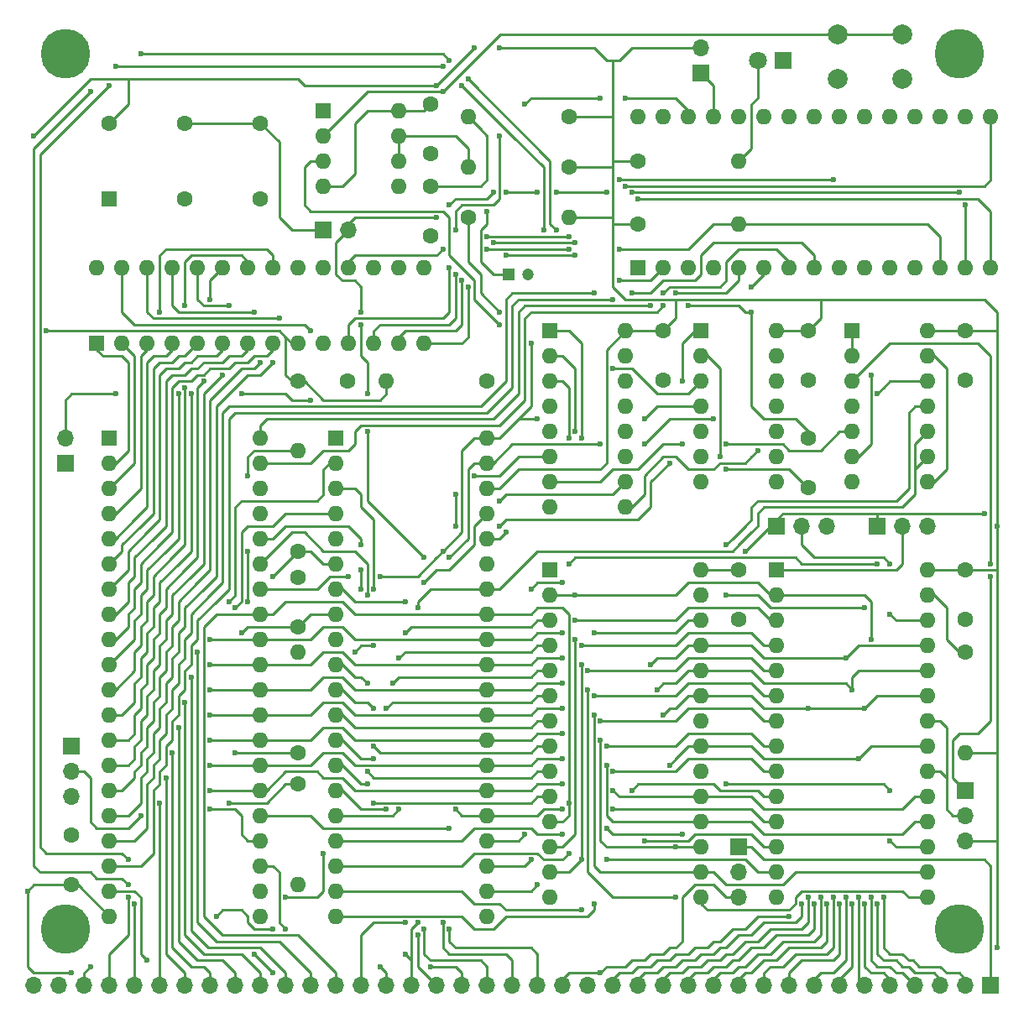
<source format=gtl>
G04 #@! TF.FileFunction,Copper,L1,Top,Signal*
%FSLAX46Y46*%
G04 Gerber Fmt 4.6, Leading zero omitted, Abs format (unit mm)*
G04 Created by KiCad (PCBNEW 4.0.7) date 01/22/20 20:09:16*
%MOMM*%
%LPD*%
G01*
G04 APERTURE LIST*
%ADD10C,0.100000*%
%ADD11R,1.600000X1.600000*%
%ADD12O,1.600000X1.600000*%
%ADD13C,1.600000*%
%ADD14R,1.700000X1.700000*%
%ADD15O,1.700000X1.700000*%
%ADD16C,2.000000*%
%ADD17R,1.200000X1.200000*%
%ADD18C,1.200000*%
%ADD19C,5.000000*%
%ADD20R,1.800000X1.800000*%
%ADD21C,1.800000*%
%ADD22C,0.600000*%
%ADD23C,0.250000*%
G04 APERTURE END LIST*
D10*
D11*
X192405000Y-95885000D03*
D12*
X207645000Y-128905000D03*
X192405000Y-98425000D03*
X207645000Y-126365000D03*
X192405000Y-100965000D03*
X207645000Y-123825000D03*
X192405000Y-103505000D03*
X207645000Y-121285000D03*
X192405000Y-106045000D03*
X207645000Y-118745000D03*
X192405000Y-108585000D03*
X207645000Y-116205000D03*
X192405000Y-111125000D03*
X207645000Y-113665000D03*
X192405000Y-113665000D03*
X207645000Y-111125000D03*
X192405000Y-116205000D03*
X207645000Y-108585000D03*
X192405000Y-118745000D03*
X207645000Y-106045000D03*
X192405000Y-121285000D03*
X207645000Y-103505000D03*
X192405000Y-123825000D03*
X207645000Y-100965000D03*
X192405000Y-126365000D03*
X207645000Y-98425000D03*
X192405000Y-128905000D03*
X207645000Y-95885000D03*
D11*
X147955000Y-82550000D03*
D12*
X163195000Y-130810000D03*
X147955000Y-85090000D03*
X163195000Y-128270000D03*
X147955000Y-87630000D03*
X163195000Y-125730000D03*
X147955000Y-90170000D03*
X163195000Y-123190000D03*
X147955000Y-92710000D03*
X163195000Y-120650000D03*
X147955000Y-95250000D03*
X163195000Y-118110000D03*
X147955000Y-97790000D03*
X163195000Y-115570000D03*
X147955000Y-100330000D03*
X163195000Y-113030000D03*
X147955000Y-102870000D03*
X163195000Y-110490000D03*
X147955000Y-105410000D03*
X163195000Y-107950000D03*
X147955000Y-107950000D03*
X163195000Y-105410000D03*
X147955000Y-110490000D03*
X163195000Y-102870000D03*
X147955000Y-113030000D03*
X163195000Y-100330000D03*
X147955000Y-115570000D03*
X163195000Y-97790000D03*
X147955000Y-118110000D03*
X163195000Y-95250000D03*
X147955000Y-120650000D03*
X163195000Y-92710000D03*
X147955000Y-123190000D03*
X163195000Y-90170000D03*
X147955000Y-125730000D03*
X163195000Y-87630000D03*
X147955000Y-128270000D03*
X163195000Y-85090000D03*
X147955000Y-130810000D03*
X163195000Y-82550000D03*
D11*
X184785000Y-71755000D03*
D12*
X192405000Y-86995000D03*
X184785000Y-74295000D03*
X192405000Y-84455000D03*
X184785000Y-76835000D03*
X192405000Y-81915000D03*
X184785000Y-79375000D03*
X192405000Y-79375000D03*
X184785000Y-81915000D03*
X192405000Y-76835000D03*
X184785000Y-84455000D03*
X192405000Y-74295000D03*
X184785000Y-86995000D03*
X192405000Y-71755000D03*
D13*
X144145000Y-101600000D03*
X144145000Y-96600000D03*
X188595000Y-95885000D03*
X188595000Y-100885000D03*
X211455000Y-95885000D03*
X211455000Y-100885000D03*
X211455000Y-71755000D03*
X211455000Y-76755000D03*
X157480000Y-57150000D03*
X157480000Y-62150000D03*
X195580000Y-71755000D03*
X195580000Y-76755000D03*
X121285000Y-127635000D03*
X121285000Y-122635000D03*
X144145000Y-76835000D03*
X149145000Y-76835000D03*
X157480000Y-48895000D03*
X157480000Y-53895000D03*
D11*
X178435000Y-65405000D03*
D12*
X211455000Y-50165000D03*
X180975000Y-65405000D03*
X208915000Y-50165000D03*
X183515000Y-65405000D03*
X206375000Y-50165000D03*
X186055000Y-65405000D03*
X203835000Y-50165000D03*
X188595000Y-65405000D03*
X201295000Y-50165000D03*
X191135000Y-65405000D03*
X198755000Y-50165000D03*
X193675000Y-65405000D03*
X196215000Y-50165000D03*
X196215000Y-65405000D03*
X193675000Y-50165000D03*
X198755000Y-65405000D03*
X191135000Y-50165000D03*
X201295000Y-65405000D03*
X188595000Y-50165000D03*
X203835000Y-65405000D03*
X186055000Y-50165000D03*
X206375000Y-65405000D03*
X183515000Y-50165000D03*
X208915000Y-65405000D03*
X180975000Y-50165000D03*
X211455000Y-65405000D03*
X178435000Y-50165000D03*
X213995000Y-65405000D03*
X213995000Y-50165000D03*
D14*
X213995000Y-137795000D03*
D15*
X211455000Y-137795000D03*
X208915000Y-137795000D03*
X206375000Y-137795000D03*
X203835000Y-137795000D03*
X201295000Y-137795000D03*
X198755000Y-137795000D03*
X196215000Y-137795000D03*
X193675000Y-137795000D03*
X191135000Y-137795000D03*
X188595000Y-137795000D03*
X186055000Y-137795000D03*
X183515000Y-137795000D03*
X180975000Y-137795000D03*
X178435000Y-137795000D03*
X175895000Y-137795000D03*
X173355000Y-137795000D03*
X170815000Y-137795000D03*
X168275000Y-137795000D03*
X165735000Y-137795000D03*
X163195000Y-137795000D03*
X160655000Y-137795000D03*
X158115000Y-137795000D03*
X155575000Y-137795000D03*
X153035000Y-137795000D03*
X150495000Y-137795000D03*
X147955000Y-137795000D03*
X145415000Y-137795000D03*
X142875000Y-137795000D03*
X140335000Y-137795000D03*
X137795000Y-137795000D03*
X135255000Y-137795000D03*
X132715000Y-137795000D03*
X130175000Y-137795000D03*
X127635000Y-137795000D03*
X125095000Y-137795000D03*
X122555000Y-137795000D03*
X120015000Y-137795000D03*
X117475000Y-137795000D03*
D13*
X211455000Y-104140000D03*
D12*
X211455000Y-114300000D03*
D13*
X171450000Y-50165000D03*
D12*
X161290000Y-50165000D03*
D13*
X171450000Y-55245000D03*
D12*
X161290000Y-55245000D03*
D13*
X161290000Y-60325000D03*
D12*
X171450000Y-60325000D03*
D13*
X178435000Y-54610000D03*
D12*
X188595000Y-54610000D03*
D13*
X144145000Y-117475000D03*
D12*
X144145000Y-127635000D03*
D13*
X144145000Y-114300000D03*
D12*
X144145000Y-104140000D03*
D13*
X144145000Y-93980000D03*
D12*
X144145000Y-83820000D03*
D13*
X178435000Y-60960000D03*
D12*
X188595000Y-60960000D03*
D16*
X205105000Y-41855000D03*
X205105000Y-46355000D03*
X198605000Y-41855000D03*
X198605000Y-46355000D03*
D11*
X169545000Y-95885000D03*
D12*
X184785000Y-128905000D03*
X169545000Y-98425000D03*
X184785000Y-126365000D03*
X169545000Y-100965000D03*
X184785000Y-123825000D03*
X169545000Y-103505000D03*
X184785000Y-121285000D03*
X169545000Y-106045000D03*
X184785000Y-118745000D03*
X169545000Y-108585000D03*
X184785000Y-116205000D03*
X169545000Y-111125000D03*
X184785000Y-113665000D03*
X169545000Y-113665000D03*
X184785000Y-111125000D03*
X169545000Y-116205000D03*
X184785000Y-108585000D03*
X169545000Y-118745000D03*
X184785000Y-106045000D03*
X169545000Y-121285000D03*
X184785000Y-103505000D03*
X169545000Y-123825000D03*
X184785000Y-100965000D03*
X169545000Y-126365000D03*
X184785000Y-98425000D03*
X169545000Y-128905000D03*
X184785000Y-95885000D03*
D11*
X200025000Y-71755000D03*
D12*
X207645000Y-86995000D03*
X200025000Y-74295000D03*
X207645000Y-84455000D03*
X200025000Y-76835000D03*
X207645000Y-81915000D03*
X200025000Y-79375000D03*
X207645000Y-79375000D03*
X200025000Y-81915000D03*
X207645000Y-76835000D03*
X200025000Y-84455000D03*
X207645000Y-74295000D03*
X200025000Y-86995000D03*
X207645000Y-71755000D03*
D11*
X125095000Y-82550000D03*
D12*
X140335000Y-130810000D03*
X125095000Y-85090000D03*
X140335000Y-128270000D03*
X125095000Y-87630000D03*
X140335000Y-125730000D03*
X125095000Y-90170000D03*
X140335000Y-123190000D03*
X125095000Y-92710000D03*
X140335000Y-120650000D03*
X125095000Y-95250000D03*
X140335000Y-118110000D03*
X125095000Y-97790000D03*
X140335000Y-115570000D03*
X125095000Y-100330000D03*
X140335000Y-113030000D03*
X125095000Y-102870000D03*
X140335000Y-110490000D03*
X125095000Y-105410000D03*
X140335000Y-107950000D03*
X125095000Y-107950000D03*
X140335000Y-105410000D03*
X125095000Y-110490000D03*
X140335000Y-102870000D03*
X125095000Y-113030000D03*
X140335000Y-100330000D03*
X125095000Y-115570000D03*
X140335000Y-97790000D03*
X125095000Y-118110000D03*
X140335000Y-95250000D03*
X125095000Y-120650000D03*
X140335000Y-92710000D03*
X125095000Y-123190000D03*
X140335000Y-90170000D03*
X125095000Y-125730000D03*
X140335000Y-87630000D03*
X125095000Y-128270000D03*
X140335000Y-85090000D03*
X125095000Y-130810000D03*
X140335000Y-82550000D03*
D11*
X123825000Y-73025000D03*
D12*
X156845000Y-65405000D03*
X126365000Y-73025000D03*
X154305000Y-65405000D03*
X128905000Y-73025000D03*
X151765000Y-65405000D03*
X131445000Y-73025000D03*
X149225000Y-65405000D03*
X133985000Y-73025000D03*
X146685000Y-65405000D03*
X136525000Y-73025000D03*
X144145000Y-65405000D03*
X139065000Y-73025000D03*
X141605000Y-65405000D03*
X141605000Y-73025000D03*
X139065000Y-65405000D03*
X144145000Y-73025000D03*
X136525000Y-65405000D03*
X146685000Y-73025000D03*
X133985000Y-65405000D03*
X149225000Y-73025000D03*
X131445000Y-65405000D03*
X151765000Y-73025000D03*
X128905000Y-65405000D03*
X154305000Y-73025000D03*
X126365000Y-65405000D03*
X156845000Y-73025000D03*
X123825000Y-65405000D03*
D11*
X169545000Y-71755000D03*
D12*
X177165000Y-89535000D03*
X169545000Y-74295000D03*
X177165000Y-86995000D03*
X169545000Y-76835000D03*
X177165000Y-84455000D03*
X169545000Y-79375000D03*
X177165000Y-81915000D03*
X169545000Y-81915000D03*
X177165000Y-79375000D03*
X169545000Y-84455000D03*
X177165000Y-76835000D03*
X169545000Y-86995000D03*
X177165000Y-74295000D03*
X169545000Y-89535000D03*
X177165000Y-71755000D03*
D11*
X146685000Y-49530000D03*
D12*
X154305000Y-57150000D03*
X146685000Y-52070000D03*
X154305000Y-54610000D03*
X146685000Y-54610000D03*
X154305000Y-52070000D03*
X146685000Y-57150000D03*
X154305000Y-49530000D03*
D13*
X180975000Y-71755000D03*
X180975000Y-76755000D03*
D17*
X165354000Y-66040000D03*
D18*
X167354000Y-66040000D03*
D13*
X195580000Y-82550000D03*
X195580000Y-87550000D03*
D19*
X210820000Y-132080000D03*
X120650000Y-132080000D03*
X210820000Y-43815000D03*
X120650000Y-43815000D03*
D14*
X120650000Y-85090000D03*
D15*
X120650000Y-82550000D03*
D20*
X193040000Y-44450000D03*
D21*
X190500000Y-44450000D03*
D14*
X184785000Y-45720000D03*
D15*
X184785000Y-43180000D03*
D14*
X192405000Y-91440000D03*
D15*
X194945000Y-91440000D03*
X197485000Y-91440000D03*
D14*
X202565000Y-91440000D03*
D15*
X205105000Y-91440000D03*
X207645000Y-91440000D03*
D13*
X163195000Y-76835000D03*
D12*
X153035000Y-76835000D03*
D13*
X132715000Y-58420000D03*
X132715000Y-50800000D03*
D11*
X125095000Y-58420000D03*
D13*
X125095000Y-50800000D03*
X140335000Y-50800000D03*
X140335000Y-58420000D03*
D14*
X211455000Y-118110000D03*
D15*
X211455000Y-120650000D03*
X211455000Y-123190000D03*
D14*
X188595000Y-123825000D03*
D15*
X188595000Y-126365000D03*
X188595000Y-128905000D03*
D14*
X121285000Y-113665000D03*
D15*
X121285000Y-116205000D03*
X121285000Y-118745000D03*
D14*
X146685000Y-61595000D03*
D15*
X149225000Y-61595000D03*
D22*
X173990000Y-67945000D03*
X183515000Y-69215000D03*
X189865000Y-69850000D03*
X189865000Y-67310000D03*
X174625000Y-136525000D03*
X214630000Y-133985000D03*
X139065000Y-86360000D03*
X118745000Y-71755000D03*
X139065000Y-93980000D03*
X139065000Y-99060000D03*
X138430000Y-102235000D03*
X141605000Y-136525000D03*
X139700000Y-134620000D03*
X121285000Y-136525000D03*
X116840000Y-128270000D03*
X117475000Y-52070000D03*
X161925000Y-43180000D03*
X158115000Y-46990000D03*
X189230000Y-93980000D03*
X213360000Y-90170000D03*
X214630000Y-91440000D03*
X164465000Y-43180000D03*
X138430000Y-78105000D03*
X145415000Y-78740000D03*
X125730000Y-78105000D03*
X127635000Y-129540000D03*
X127000000Y-125095000D03*
X159385000Y-44450000D03*
X161290000Y-46355000D03*
X170180000Y-61595000D03*
X125095000Y-46990000D03*
X128270000Y-43815000D03*
X158750000Y-45085000D03*
X176530000Y-66675000D03*
X168910000Y-61595000D03*
X123190000Y-47625000D03*
X125730000Y-45085000D03*
X160655000Y-46990000D03*
X127000000Y-128905000D03*
X127000000Y-127635000D03*
X180975000Y-69215000D03*
X182245000Y-67945000D03*
X179705000Y-69215000D03*
X180975000Y-67945000D03*
X177800000Y-67945000D03*
X175895000Y-68580000D03*
X167005000Y-48895000D03*
X174625000Y-48260000D03*
X177165000Y-48260000D03*
X164465000Y-52070000D03*
X158750000Y-63500000D03*
X160020000Y-61595000D03*
X172085000Y-64135000D03*
X165100000Y-64135000D03*
X159385000Y-65405000D03*
X176530000Y-63500000D03*
X210820000Y-57785000D03*
X177800000Y-57785000D03*
X172085000Y-62865000D03*
X163830000Y-62865000D03*
X160655000Y-66675000D03*
X211455000Y-59055000D03*
X178435000Y-58420000D03*
X171450000Y-63500000D03*
X163195000Y-63500000D03*
X161290000Y-67310000D03*
X177165000Y-57150000D03*
X171450000Y-62230000D03*
X163195000Y-62230000D03*
X160020000Y-66040000D03*
X182880000Y-122555000D03*
X175260000Y-121920000D03*
X170815000Y-120015000D03*
X161925000Y-86360000D03*
X160020000Y-88265000D03*
X160020000Y-91440000D03*
X160020000Y-120015000D03*
X203200000Y-128905000D03*
X171450000Y-95250000D03*
X202565000Y-95250000D03*
X167005000Y-122555000D03*
X171450000Y-82550000D03*
X167640000Y-97790000D03*
X167640000Y-125095000D03*
X201295000Y-99695000D03*
X202565000Y-129540000D03*
X187325000Y-98425000D03*
X173990000Y-102235000D03*
X172085000Y-81915000D03*
X170815000Y-97155000D03*
X168275000Y-127635000D03*
X201930000Y-128905000D03*
X201930000Y-102870000D03*
X172720000Y-82550000D03*
X172085000Y-98425000D03*
X180975000Y-110490000D03*
X173990000Y-129540000D03*
X201295000Y-109855000D03*
X195580000Y-109855000D03*
X201295000Y-129540000D03*
X172720000Y-130175000D03*
X200660000Y-128905000D03*
X181610000Y-115570000D03*
X200660000Y-114935000D03*
X171450000Y-124460000D03*
X200025000Y-107950000D03*
X200025000Y-129540000D03*
X180340000Y-107950000D03*
X170815000Y-122555000D03*
X179705000Y-105410000D03*
X199390000Y-104775000D03*
X199390000Y-128905000D03*
X198755000Y-129540000D03*
X172085000Y-100965000D03*
X154305000Y-120015000D03*
X154940000Y-102235000D03*
X198120000Y-128905000D03*
X153035000Y-120015000D03*
X154305000Y-104775000D03*
X172720000Y-103505000D03*
X197485000Y-129540000D03*
X151130000Y-117475000D03*
X153670000Y-107315000D03*
X173355000Y-106045000D03*
X142875000Y-128905000D03*
X146685000Y-124460000D03*
X196850000Y-128905000D03*
X151765000Y-114935000D03*
X153035000Y-109855000D03*
X173990000Y-108585000D03*
X196215000Y-129540000D03*
X174625000Y-111125000D03*
X195580000Y-128905000D03*
X151765000Y-109855000D03*
X151765000Y-113665000D03*
X175260000Y-113665000D03*
X194945000Y-129540000D03*
X151130000Y-98425000D03*
X151130000Y-107315000D03*
X151130000Y-116205000D03*
X175895000Y-116205000D03*
X193675000Y-130810000D03*
X177800000Y-118110000D03*
X150495000Y-95885000D03*
X150495000Y-93345000D03*
X150495000Y-97790000D03*
X151765000Y-119380000D03*
X159385000Y-94615000D03*
X186055000Y-80645000D03*
X179070000Y-83185000D03*
X174625000Y-83185000D03*
X202565000Y-78105000D03*
X159385000Y-121920000D03*
X159385000Y-132080000D03*
X164465000Y-69850000D03*
X167640000Y-73025000D03*
X179070000Y-80645000D03*
X168275000Y-80645000D03*
X152400000Y-96520000D03*
X149225000Y-96520000D03*
X158750000Y-131445000D03*
X158750000Y-93980000D03*
X150495000Y-69850000D03*
X150495000Y-71120000D03*
X158115000Y-60325000D03*
X159385000Y-59055000D03*
X170180000Y-57785000D03*
X168275000Y-57785000D03*
X165100000Y-57785000D03*
X163830000Y-57785000D03*
X198120000Y-56515000D03*
X176530000Y-56515000D03*
X175260000Y-57785000D03*
X151130000Y-78105000D03*
X156845000Y-94615000D03*
X151130000Y-81915000D03*
X156845000Y-132080000D03*
X156845000Y-97155000D03*
X157480000Y-135890000D03*
X137795000Y-114300000D03*
X137795000Y-99695000D03*
X154940000Y-134620000D03*
X156210000Y-99695000D03*
X156210000Y-131445000D03*
X152400000Y-135890000D03*
X137160000Y-119380000D03*
X137160000Y-99060000D03*
X154940000Y-99060000D03*
X154940000Y-131445000D03*
X171450000Y-119380000D03*
X175895000Y-120015000D03*
X179070000Y-123190000D03*
X170815000Y-102235000D03*
X172085000Y-102870000D03*
X133985000Y-104140000D03*
X135255000Y-102870000D03*
X172720000Y-125095000D03*
X175260000Y-125095000D03*
X172720000Y-105410000D03*
X170815000Y-104775000D03*
X133350000Y-106680000D03*
X135255000Y-105410000D03*
X182245000Y-128905000D03*
X173355000Y-107950000D03*
X170815000Y-107315000D03*
X132715000Y-109220000D03*
X135255000Y-107950000D03*
X173990000Y-110490000D03*
X170815000Y-109855000D03*
X132080000Y-111760000D03*
X135255000Y-110490000D03*
X182245000Y-123825000D03*
X187325000Y-117475000D03*
X203835000Y-118110000D03*
X203835000Y-123190000D03*
X170815000Y-112395000D03*
X174625000Y-113030000D03*
X135255000Y-113030000D03*
X131445000Y-114300000D03*
X175260000Y-115570000D03*
X170815000Y-114935000D03*
X130810000Y-116840000D03*
X135255000Y-115570000D03*
X170815000Y-117475000D03*
X175895000Y-118110000D03*
X130175000Y-119380000D03*
X135255000Y-118110000D03*
X123190000Y-135890000D03*
X141605000Y-96520000D03*
X203835000Y-95250000D03*
X203835000Y-100330000D03*
X142875000Y-132080000D03*
X164465000Y-88900000D03*
X213995000Y-96520000D03*
X213995000Y-95250000D03*
X201930000Y-76200000D03*
X130175000Y-69850000D03*
X132080000Y-78105000D03*
X132715000Y-69215000D03*
X132715000Y-77470000D03*
X135255000Y-68580000D03*
X133350000Y-78105000D03*
X137160000Y-69215000D03*
X134620000Y-76835000D03*
X139700000Y-69850000D03*
X136525000Y-76200000D03*
X142240000Y-70485000D03*
X140335000Y-74930000D03*
X141605000Y-74930000D03*
X145415000Y-71755000D03*
X187325000Y-93345000D03*
X190500000Y-83820000D03*
X187325000Y-83185000D03*
X182880000Y-83185000D03*
X175895000Y-75565000D03*
X164465000Y-71120000D03*
X135890000Y-130810000D03*
X141605000Y-132080000D03*
X128905000Y-135255000D03*
X182880000Y-76835000D03*
X181610000Y-85090000D03*
X164465000Y-91440000D03*
X158750000Y-47625000D03*
X163195000Y-59690000D03*
X187325000Y-85725000D03*
X186690000Y-84455000D03*
X165100000Y-92075000D03*
X128270000Y-120650000D03*
X135255000Y-120015000D03*
X156210000Y-132715000D03*
X149860000Y-104140000D03*
X151765000Y-103505000D03*
X151765000Y-97790000D03*
D23*
X140335000Y-79375000D02*
X137160000Y-79375000D01*
X136525000Y-80010000D02*
X136525000Y-83185000D01*
X137160000Y-79375000D02*
X136525000Y-80010000D01*
X189865000Y-69850000D02*
X189230000Y-69850000D01*
X165100000Y-76835000D02*
X165100000Y-68580000D01*
X165100000Y-68580000D02*
X165735000Y-67945000D01*
X165735000Y-67945000D02*
X173990000Y-67945000D01*
X149860000Y-79375000D02*
X162560000Y-79375000D01*
X140335000Y-79375000D02*
X149860000Y-79375000D01*
X136525000Y-97155000D02*
X136525000Y-83185000D01*
X133350000Y-102235000D02*
X133350000Y-100330000D01*
X127635000Y-123190000D02*
X128905000Y-121920000D01*
X128905000Y-121920000D02*
X128905000Y-117475000D01*
X127635000Y-123190000D02*
X125095000Y-123190000D01*
X132080000Y-107315000D02*
X132080000Y-105410000D01*
X131445000Y-107950000D02*
X132080000Y-107315000D01*
X129540000Y-116840000D02*
X129540000Y-115570000D01*
X129540000Y-115570000D02*
X130175000Y-114935000D01*
X130175000Y-114935000D02*
X130175000Y-113030000D01*
X130175000Y-113030000D02*
X130810000Y-112395000D01*
X130810000Y-112395000D02*
X130810000Y-111125000D01*
X130810000Y-111125000D02*
X130810000Y-110490000D01*
X130810000Y-110490000D02*
X131445000Y-109855000D01*
X131445000Y-109855000D02*
X131445000Y-107950000D01*
X128905000Y-117475000D02*
X129540000Y-116840000D01*
X132715000Y-104775000D02*
X132715000Y-102870000D01*
X132715000Y-102870000D02*
X133350000Y-102235000D01*
X132080000Y-105410000D02*
X132715000Y-104775000D01*
X133350000Y-100330000D02*
X135255000Y-98425000D01*
X135255000Y-98425000D02*
X136525000Y-97155000D01*
X162560000Y-79375000D02*
X165100000Y-76835000D01*
X188595000Y-69215000D02*
X183515000Y-69215000D01*
X189230000Y-69850000D02*
X188595000Y-69215000D01*
X195580000Y-82550000D02*
X195580000Y-81915000D01*
X195580000Y-81915000D02*
X194310000Y-80645000D01*
X194310000Y-80645000D02*
X191135000Y-80645000D01*
X191135000Y-80645000D02*
X189865000Y-79375000D01*
X189865000Y-79375000D02*
X189865000Y-69850000D01*
X189865000Y-67310000D02*
X191135000Y-66040000D01*
X191135000Y-66040000D02*
X191135000Y-65405000D01*
X175260000Y-135890000D02*
X174625000Y-136525000D01*
X177165000Y-135890000D02*
X175260000Y-135890000D01*
X187325000Y-128905000D02*
X186055000Y-127635000D01*
X186055000Y-127635000D02*
X184150000Y-127635000D01*
X184150000Y-127635000D02*
X182880000Y-128905000D01*
X182880000Y-128905000D02*
X182880000Y-133350000D01*
X182880000Y-133350000D02*
X182245000Y-133985000D01*
X182245000Y-133985000D02*
X181610000Y-133985000D01*
X181610000Y-133985000D02*
X180975000Y-134620000D01*
X188595000Y-128905000D02*
X187325000Y-128905000D01*
X177800000Y-135255000D02*
X177165000Y-135890000D01*
X179070000Y-135255000D02*
X177800000Y-135255000D01*
X179705000Y-134620000D02*
X179070000Y-135255000D01*
X180975000Y-134620000D02*
X179705000Y-134620000D01*
X171450000Y-136525000D02*
X170815000Y-137160000D01*
X171450000Y-136525000D02*
X174625000Y-136525000D01*
X214630000Y-133985000D02*
X214630000Y-123190000D01*
X144145000Y-73025000D02*
X143510000Y-73025000D01*
X143510000Y-73025000D02*
X142875000Y-72390000D01*
X142240000Y-71755000D02*
X142875000Y-72390000D01*
X142875000Y-76200000D02*
X143510000Y-76835000D01*
X142875000Y-72390000D02*
X142875000Y-76200000D01*
X143510000Y-76835000D02*
X144145000Y-76835000D01*
X139065000Y-84455000D02*
X139700000Y-83820000D01*
X139065000Y-86360000D02*
X139065000Y-84455000D01*
X139700000Y-83820000D02*
X144145000Y-83820000D01*
X142240000Y-71755000D02*
X118745000Y-71755000D01*
X139065000Y-99060000D02*
X139065000Y-93980000D01*
X139065000Y-101600000D02*
X144145000Y-101600000D01*
X138430000Y-102235000D02*
X139065000Y-101600000D01*
X144780000Y-76835000D02*
X146685000Y-78740000D01*
X146685000Y-78740000D02*
X152400000Y-78740000D01*
X152400000Y-78740000D02*
X153035000Y-78105000D01*
X153035000Y-78105000D02*
X153035000Y-76835000D01*
X139700000Y-134620000D02*
X141605000Y-136525000D01*
X145415000Y-100330000D02*
X147955000Y-100330000D01*
X144145000Y-101600000D02*
X145415000Y-100330000D01*
X116840000Y-128270000D02*
X116840000Y-135890000D01*
X116840000Y-135890000D02*
X117475000Y-136525000D01*
X117475000Y-136525000D02*
X121285000Y-136525000D01*
X118745000Y-127635000D02*
X117475000Y-127635000D01*
X117475000Y-127635000D02*
X116840000Y-128270000D01*
X123190000Y-46355000D02*
X125095000Y-46355000D01*
X125095000Y-46355000D02*
X127000000Y-46355000D01*
X117475000Y-52070000D02*
X123190000Y-46355000D01*
X158115000Y-46990000D02*
X144780000Y-46990000D01*
X144780000Y-46990000D02*
X144145000Y-46355000D01*
X158115000Y-46990000D02*
X161925000Y-43180000D01*
X189230000Y-93980000D02*
X191770000Y-91440000D01*
X191770000Y-91440000D02*
X192405000Y-91440000D01*
X202565000Y-90170000D02*
X202565000Y-91440000D01*
X192405000Y-91440000D02*
X192405000Y-90805000D01*
X192405000Y-90805000D02*
X193040000Y-90170000D01*
X193675000Y-90170000D02*
X201295000Y-90170000D01*
X201295000Y-90170000D02*
X202565000Y-90170000D01*
X202565000Y-90170000D02*
X213360000Y-90170000D01*
X193040000Y-90170000D02*
X193675000Y-90170000D01*
X202565000Y-91440000D02*
X202565000Y-92075000D01*
X154305000Y-49530000D02*
X156845000Y-49530000D01*
X156845000Y-49530000D02*
X157480000Y-48895000D01*
X144145000Y-46355000D02*
X142875000Y-46355000D01*
X139700000Y-46355000D02*
X142240000Y-46355000D01*
X139700000Y-46355000D02*
X127000000Y-46355000D01*
X142875000Y-46355000D02*
X142240000Y-46355000D01*
X175895000Y-44450000D02*
X175260000Y-44450000D01*
X175260000Y-44450000D02*
X173990000Y-43180000D01*
X164465000Y-43180000D02*
X173990000Y-43180000D01*
X211455000Y-123190000D02*
X214630000Y-123190000D01*
X127000000Y-46355000D02*
X127000000Y-48895000D01*
X127000000Y-48895000D02*
X125095000Y-50800000D01*
X144145000Y-76835000D02*
X144780000Y-76835000D01*
X163195000Y-87630000D02*
X164465000Y-87630000D01*
X175260000Y-73660000D02*
X177165000Y-71755000D01*
X175260000Y-85090000D02*
X175260000Y-73660000D01*
X174625000Y-85725000D02*
X175260000Y-85090000D01*
X166370000Y-85725000D02*
X174625000Y-85725000D01*
X164465000Y-87630000D02*
X166370000Y-85725000D01*
X121285000Y-127635000D02*
X121920000Y-127635000D01*
X121920000Y-127635000D02*
X125095000Y-130810000D01*
X121285000Y-127635000D02*
X118745000Y-127635000D01*
X214630000Y-118745000D02*
X214630000Y-114300000D01*
X214630000Y-123190000D02*
X214630000Y-118745000D01*
X171450000Y-60325000D02*
X175895000Y-60325000D01*
X175895000Y-60325000D02*
X175895000Y-59690000D01*
X171450000Y-55245000D02*
X175895000Y-55245000D01*
X171450000Y-50165000D02*
X175895000Y-50165000D01*
X146685000Y-57150000D02*
X148590000Y-57150000D01*
X151130000Y-49530000D02*
X154305000Y-49530000D01*
X149860000Y-50800000D02*
X151130000Y-49530000D01*
X149860000Y-55880000D02*
X149860000Y-50800000D01*
X148590000Y-57150000D02*
X149860000Y-55880000D01*
X175895000Y-44450000D02*
X176530000Y-44450000D01*
X176530000Y-44450000D02*
X177800000Y-43180000D01*
X211455000Y-114300000D02*
X214630000Y-114300000D01*
X178435000Y-60960000D02*
X175895000Y-60960000D01*
X178435000Y-54610000D02*
X175895000Y-54610000D01*
X211455000Y-95885000D02*
X214630000Y-95885000D01*
X214630000Y-114300000D02*
X214630000Y-95885000D01*
X214630000Y-95885000D02*
X214630000Y-91440000D01*
X214630000Y-91440000D02*
X214630000Y-82550000D01*
X214630000Y-82550000D02*
X214630000Y-71755000D01*
X211455000Y-71755000D02*
X214630000Y-71755000D01*
X196850000Y-68580000D02*
X196850000Y-69215000D01*
X196850000Y-69215000D02*
X196850000Y-70485000D01*
X196850000Y-70485000D02*
X195580000Y-71755000D01*
X207645000Y-71755000D02*
X211455000Y-71755000D01*
X197485000Y-68580000D02*
X213360000Y-68580000D01*
X196850000Y-68580000D02*
X197485000Y-68580000D01*
X213360000Y-68580000D02*
X214630000Y-69850000D01*
X214630000Y-69850000D02*
X214630000Y-71755000D01*
X195580000Y-71755000D02*
X192405000Y-71755000D01*
X182245000Y-68580000D02*
X195580000Y-68580000D01*
X195580000Y-68580000D02*
X196850000Y-68580000D01*
X180975000Y-71755000D02*
X182245000Y-70485000D01*
X175895000Y-44450000D02*
X175895000Y-50165000D01*
X175895000Y-50165000D02*
X175895000Y-54610000D01*
X175895000Y-54610000D02*
X175895000Y-55245000D01*
X175895000Y-55245000D02*
X175895000Y-59690000D01*
X175895000Y-59690000D02*
X175895000Y-60960000D01*
X175895000Y-60960000D02*
X175895000Y-67310000D01*
X175895000Y-67310000D02*
X177165000Y-68580000D01*
X177165000Y-68580000D02*
X179705000Y-68580000D01*
X177800000Y-43180000D02*
X184785000Y-43180000D01*
X182245000Y-68580000D02*
X179705000Y-68580000D01*
X182245000Y-70485000D02*
X182245000Y-68580000D01*
X177165000Y-71755000D02*
X180975000Y-71755000D01*
X207645000Y-95885000D02*
X211455000Y-95885000D01*
X184785000Y-95885000D02*
X188595000Y-95885000D01*
X190500000Y-44450000D02*
X190500000Y-48260000D01*
X189865000Y-53340000D02*
X188595000Y-54610000D01*
X189865000Y-48895000D02*
X189865000Y-53340000D01*
X190500000Y-48260000D02*
X189865000Y-48895000D01*
X142875000Y-78105000D02*
X143510000Y-78740000D01*
X138430000Y-78105000D02*
X142875000Y-78105000D01*
X145415000Y-78740000D02*
X144145000Y-78740000D01*
X143510000Y-78740000D02*
X144145000Y-78740000D01*
X120650000Y-78740000D02*
X120650000Y-80010000D01*
X121285000Y-78105000D02*
X120650000Y-78740000D01*
X125730000Y-78105000D02*
X121285000Y-78105000D01*
X120650000Y-80010000D02*
X120650000Y-80645000D01*
X120650000Y-82550000D02*
X120650000Y-80645000D01*
X142240000Y-43815000D02*
X156210000Y-43815000D01*
X118110000Y-79375000D02*
X118110000Y-123825000D01*
X118110000Y-53975000D02*
X118110000Y-79375000D01*
X119380000Y-52705000D02*
X118110000Y-53975000D01*
X118745000Y-124460000D02*
X120650000Y-124460000D01*
X118110000Y-123825000D02*
X118745000Y-124460000D01*
X126365000Y-124460000D02*
X120650000Y-124460000D01*
X127635000Y-137795000D02*
X127635000Y-133985000D01*
X127635000Y-133985000D02*
X127635000Y-129540000D01*
X127000000Y-125095000D02*
X126365000Y-124460000D01*
X159385000Y-44450000D02*
X158750000Y-43815000D01*
X169545000Y-54610000D02*
X161290000Y-46355000D01*
X156210000Y-43815000D02*
X158750000Y-43815000D01*
X169545000Y-60960000D02*
X170180000Y-61595000D01*
X169545000Y-54610000D02*
X169545000Y-60960000D01*
X139700000Y-43815000D02*
X142240000Y-43815000D01*
X119380000Y-52705000D02*
X125095000Y-46990000D01*
X128270000Y-43815000D02*
X139700000Y-43815000D01*
X143510000Y-45085000D02*
X154940000Y-45085000D01*
X117475000Y-80010000D02*
X117475000Y-53340000D01*
X118110000Y-126365000D02*
X117475000Y-125730000D01*
X117475000Y-125730000D02*
X117475000Y-80010000D01*
X123190000Y-126365000D02*
X118110000Y-126365000D01*
X117475000Y-53340000D02*
X118745000Y-52070000D01*
X180975000Y-65405000D02*
X179705000Y-66675000D01*
X179705000Y-66675000D02*
X176530000Y-66675000D01*
X168910000Y-55245000D02*
X168910000Y-61595000D01*
X118745000Y-52070000D02*
X123190000Y-47625000D01*
X125730000Y-45085000D02*
X139700000Y-45085000D01*
X154940000Y-45085000D02*
X158115000Y-45085000D01*
X165735000Y-52070000D02*
X160655000Y-46990000D01*
X143510000Y-45085000D02*
X139700000Y-45085000D01*
X165735000Y-52070000D02*
X168910000Y-55245000D01*
X158750000Y-45085000D02*
X158115000Y-45085000D01*
X127000000Y-132715000D02*
X127000000Y-129540000D01*
X127000000Y-129540000D02*
X127000000Y-128905000D01*
X127000000Y-127635000D02*
X126365000Y-127000000D01*
X126365000Y-127000000D02*
X123825000Y-127000000D01*
X123825000Y-127000000D02*
X123190000Y-126365000D01*
X125095000Y-137795000D02*
X125095000Y-134620000D01*
X125095000Y-134620000D02*
X125730000Y-133985000D01*
X125730000Y-133985000D02*
X127000000Y-132715000D01*
X140335000Y-85090000D02*
X145415000Y-85090000D01*
X149860000Y-81915000D02*
X150495000Y-81280000D01*
X149860000Y-83185000D02*
X149860000Y-81915000D01*
X149225000Y-83820000D02*
X149860000Y-83185000D01*
X146685000Y-83820000D02*
X149225000Y-83820000D01*
X145415000Y-85090000D02*
X146685000Y-83820000D01*
X170815000Y-69850000D02*
X180340000Y-69850000D01*
X180340000Y-69850000D02*
X180975000Y-69215000D01*
X182245000Y-67945000D02*
X187325000Y-67945000D01*
X187325000Y-67945000D02*
X188595000Y-66675000D01*
X188595000Y-66675000D02*
X188595000Y-65405000D01*
X170815000Y-69850000D02*
X167640000Y-69850000D01*
X150495000Y-81280000D02*
X164465000Y-81280000D01*
X167005000Y-78740000D02*
X167005000Y-70485000D01*
X164465000Y-81280000D02*
X167005000Y-78740000D01*
X167640000Y-69850000D02*
X167005000Y-70485000D01*
X140335000Y-82550000D02*
X140335000Y-81280000D01*
X140970000Y-80645000D02*
X142240000Y-80645000D01*
X140335000Y-81280000D02*
X140970000Y-80645000D01*
X142875000Y-80645000D02*
X142240000Y-80645000D01*
X180975000Y-67945000D02*
X181610000Y-67310000D01*
X181610000Y-67310000D02*
X186690000Y-67310000D01*
X186690000Y-67310000D02*
X187325000Y-66675000D01*
X187325000Y-66675000D02*
X187325000Y-64770000D01*
X187325000Y-64770000D02*
X188595000Y-63500000D01*
X188595000Y-63500000D02*
X192405000Y-63500000D01*
X192405000Y-63500000D02*
X193675000Y-64770000D01*
X166370000Y-78105000D02*
X166370000Y-71755000D01*
X149860000Y-80645000D02*
X163830000Y-80645000D01*
X142875000Y-80645000D02*
X149860000Y-80645000D01*
X163830000Y-80645000D02*
X166370000Y-78105000D01*
X167005000Y-69215000D02*
X170815000Y-69215000D01*
X166370000Y-69850000D02*
X167005000Y-69215000D01*
X166370000Y-71755000D02*
X166370000Y-69850000D01*
X170815000Y-69215000D02*
X179705000Y-69215000D01*
X193675000Y-64770000D02*
X193675000Y-65405000D01*
X137160000Y-83820000D02*
X137160000Y-80645000D01*
X137795000Y-80010000D02*
X140970000Y-80010000D01*
X137160000Y-80645000D02*
X137795000Y-80010000D01*
X170815000Y-68580000D02*
X175895000Y-68580000D01*
X165735000Y-69850000D02*
X165735000Y-69215000D01*
X165735000Y-69215000D02*
X166370000Y-68580000D01*
X166370000Y-68580000D02*
X170815000Y-68580000D01*
X165735000Y-71755000D02*
X165735000Y-77470000D01*
X163195000Y-80010000D02*
X165735000Y-77470000D01*
X137160000Y-97790000D02*
X137160000Y-83820000D01*
X133985000Y-102870000D02*
X133985000Y-100965000D01*
X128270000Y-125730000D02*
X129540000Y-124460000D01*
X129540000Y-124460000D02*
X129540000Y-118745000D01*
X125095000Y-125730000D02*
X128270000Y-125730000D01*
X132715000Y-107950000D02*
X132715000Y-106045000D01*
X132080000Y-108585000D02*
X132715000Y-107950000D01*
X129540000Y-118110000D02*
X130175000Y-117475000D01*
X130175000Y-117475000D02*
X130175000Y-116205000D01*
X130175000Y-116205000D02*
X130810000Y-115570000D01*
X130810000Y-115570000D02*
X130810000Y-113665000D01*
X130810000Y-113665000D02*
X131445000Y-113030000D01*
X131445000Y-113030000D02*
X131445000Y-111125000D01*
X131445000Y-111125000D02*
X132080000Y-110490000D01*
X132080000Y-110490000D02*
X132080000Y-108585000D01*
X129540000Y-118745000D02*
X129540000Y-118110000D01*
X133350000Y-105410000D02*
X133350000Y-103505000D01*
X133350000Y-103505000D02*
X133985000Y-102870000D01*
X132715000Y-106045000D02*
X133350000Y-105410000D01*
X133985000Y-100965000D02*
X135890000Y-99060000D01*
X135890000Y-99060000D02*
X137160000Y-97790000D01*
X140970000Y-80010000D02*
X149860000Y-80010000D01*
X149860000Y-80010000D02*
X163195000Y-80010000D01*
X165735000Y-71755000D02*
X165735000Y-69850000D01*
X196215000Y-64135000D02*
X196215000Y-65405000D01*
X194945000Y-62865000D02*
X196215000Y-64135000D01*
X186055000Y-62865000D02*
X194945000Y-62865000D01*
X184785000Y-64135000D02*
X186055000Y-62865000D01*
X184785000Y-66040000D02*
X184785000Y-64135000D01*
X184150000Y-66675000D02*
X184785000Y-66040000D01*
X181610000Y-66675000D02*
X184150000Y-66675000D01*
X180975000Y-66675000D02*
X181610000Y-66675000D01*
X179705000Y-67945000D02*
X180975000Y-66675000D01*
X177800000Y-67945000D02*
X179705000Y-67945000D01*
X161925000Y-59055000D02*
X163830000Y-59055000D01*
X164465000Y-58420000D02*
X164465000Y-57785000D01*
X163830000Y-59055000D02*
X164465000Y-58420000D01*
X160020000Y-59690000D02*
X160655000Y-59055000D01*
X160655000Y-59055000D02*
X161925000Y-59055000D01*
X167640000Y-48260000D02*
X167005000Y-48895000D01*
X168910000Y-48260000D02*
X167640000Y-48260000D01*
X170180000Y-48260000D02*
X168910000Y-48260000D01*
X174625000Y-48260000D02*
X170180000Y-48260000D01*
X182245000Y-48260000D02*
X177165000Y-48260000D01*
X182245000Y-48260000D02*
X183515000Y-49530000D01*
X164465000Y-57785000D02*
X164465000Y-52070000D01*
X158115000Y-64135000D02*
X149860000Y-64135000D01*
X149225000Y-64770000D02*
X149860000Y-64135000D01*
X158750000Y-63500000D02*
X158115000Y-64135000D01*
X160020000Y-61595000D02*
X160020000Y-59690000D01*
X183515000Y-50165000D02*
X183515000Y-49530000D01*
X149225000Y-64770000D02*
X149225000Y-65405000D01*
X159385000Y-65405000D02*
X159385000Y-69850000D01*
X158750000Y-70485000D02*
X149860000Y-70485000D01*
X159385000Y-69850000D02*
X158750000Y-70485000D01*
X167640000Y-64135000D02*
X165100000Y-64135000D01*
X149225000Y-71120000D02*
X149225000Y-73025000D01*
X149860000Y-70485000D02*
X149225000Y-71120000D01*
X167640000Y-64135000D02*
X172085000Y-64135000D01*
X176530000Y-63500000D02*
X183515000Y-63500000D01*
X183515000Y-63500000D02*
X186055000Y-60960000D01*
X188595000Y-60960000D02*
X186055000Y-60960000D01*
X188595000Y-60960000D02*
X207010000Y-60960000D01*
X208915000Y-62230000D02*
X208915000Y-65405000D01*
X207645000Y-60960000D02*
X208915000Y-62230000D01*
X207010000Y-60960000D02*
X207645000Y-60960000D01*
X155575000Y-71755000D02*
X154940000Y-71755000D01*
X154940000Y-71755000D02*
X154305000Y-72390000D01*
X154305000Y-72390000D02*
X154305000Y-73025000D01*
X160655000Y-66675000D02*
X160655000Y-71120000D01*
X160020000Y-71755000D02*
X155575000Y-71755000D01*
X160655000Y-71120000D02*
X160020000Y-71755000D01*
X177800000Y-57785000D02*
X210820000Y-57785000D01*
X163830000Y-62865000D02*
X172085000Y-62865000D01*
X211455000Y-59055000D02*
X211455000Y-65405000D01*
X161290000Y-67310000D02*
X161290000Y-72390000D01*
X160655000Y-73025000D02*
X156845000Y-73025000D01*
X161290000Y-72390000D02*
X160655000Y-73025000D01*
X180975000Y-58420000D02*
X212725000Y-58420000D01*
X178435000Y-58420000D02*
X180975000Y-58420000D01*
X163195000Y-63500000D02*
X171450000Y-63500000D01*
X213995000Y-59690000D02*
X213995000Y-65405000D01*
X212725000Y-58420000D02*
X213995000Y-59690000D01*
X160020000Y-66040000D02*
X160020000Y-70485000D01*
X159385000Y-71120000D02*
X152400000Y-71120000D01*
X160020000Y-70485000D02*
X159385000Y-71120000D01*
X213995000Y-56515000D02*
X213995000Y-55880000D01*
X213360000Y-57150000D02*
X213995000Y-56515000D01*
X177165000Y-57150000D02*
X213360000Y-57150000D01*
X213995000Y-55880000D02*
X213995000Y-54610000D01*
X213995000Y-54610000D02*
X213995000Y-50165000D01*
X163195000Y-62230000D02*
X171450000Y-62230000D01*
X151765000Y-71755000D02*
X152400000Y-71120000D01*
X151765000Y-73025000D02*
X151765000Y-71755000D01*
X182880000Y-122555000D02*
X175895000Y-122555000D01*
X175895000Y-122555000D02*
X175260000Y-121920000D01*
X168275000Y-120650000D02*
X168910000Y-120015000D01*
X163195000Y-120650000D02*
X168275000Y-120650000D01*
X170815000Y-120015000D02*
X168910000Y-120015000D01*
X188595000Y-123825000D02*
X189865000Y-123825000D01*
X213995000Y-125730000D02*
X213995000Y-136525000D01*
X213360000Y-125095000D02*
X213995000Y-125730000D01*
X191135000Y-125095000D02*
X213360000Y-125095000D01*
X189865000Y-123825000D02*
X191135000Y-125095000D01*
X213995000Y-137795000D02*
X213995000Y-136525000D01*
X169545000Y-84455000D02*
X166370000Y-84455000D01*
X166370000Y-84455000D02*
X164465000Y-86360000D01*
X164465000Y-86360000D02*
X161925000Y-86360000D01*
X160020000Y-88265000D02*
X160020000Y-91440000D01*
X160655000Y-120650000D02*
X160020000Y-120015000D01*
X160655000Y-120650000D02*
X163195000Y-120650000D01*
X210820000Y-136525000D02*
X209550000Y-136525000D01*
X209550000Y-136525000D02*
X208915000Y-135890000D01*
X203200000Y-131445000D02*
X203200000Y-133985000D01*
X203200000Y-128905000D02*
X203200000Y-131445000D01*
X207645000Y-135890000D02*
X208915000Y-135890000D01*
X194945000Y-95250000D02*
X194310000Y-94615000D01*
X196850000Y-95250000D02*
X195580000Y-95250000D01*
X195580000Y-95250000D02*
X194945000Y-95250000D01*
X194310000Y-94615000D02*
X172085000Y-94615000D01*
X171450000Y-95250000D02*
X172085000Y-94615000D01*
X202565000Y-95250000D02*
X196850000Y-95250000D01*
X203200000Y-133985000D02*
X203835000Y-134620000D01*
X203835000Y-134620000D02*
X205105000Y-134620000D01*
X205105000Y-134620000D02*
X205740000Y-135255000D01*
X205740000Y-135255000D02*
X206190002Y-135255000D01*
X206190002Y-135255000D02*
X206825002Y-135890000D01*
X206825002Y-135890000D02*
X207645000Y-135890000D01*
X166370000Y-123190000D02*
X165735000Y-123190000D01*
X167005000Y-122555000D02*
X166370000Y-123190000D01*
X165735000Y-123190000D02*
X163195000Y-123190000D01*
X211455000Y-137160000D02*
X210820000Y-136525000D01*
X169545000Y-76835000D02*
X170815000Y-76835000D01*
X171450000Y-77470000D02*
X171450000Y-82550000D01*
X170815000Y-76835000D02*
X171450000Y-77470000D01*
X211455000Y-137160000D02*
X211455000Y-137795000D01*
X202565000Y-132080000D02*
X202565000Y-134620000D01*
X206375000Y-136525000D02*
X207010000Y-136525000D01*
X205740000Y-135890000D02*
X206375000Y-136525000D01*
X205105000Y-135890000D02*
X205740000Y-135890000D01*
X204470000Y-135255000D02*
X205105000Y-135890000D01*
X203200000Y-135255000D02*
X204470000Y-135255000D01*
X202565000Y-134620000D02*
X203200000Y-135255000D01*
X166370000Y-125730000D02*
X167005000Y-125730000D01*
X167640000Y-97790000D02*
X168275000Y-97155000D01*
X167005000Y-125730000D02*
X167640000Y-125095000D01*
X166370000Y-125730000D02*
X163195000Y-125730000D01*
X201295000Y-99695000D02*
X197485000Y-99695000D01*
X202565000Y-129540000D02*
X202565000Y-132080000D01*
X208280000Y-136525000D02*
X207010000Y-136525000D01*
X208915000Y-137160000D02*
X208280000Y-136525000D01*
X191770000Y-99695000D02*
X197485000Y-99695000D01*
X190500000Y-98425000D02*
X191770000Y-99695000D01*
X187325000Y-98425000D02*
X190500000Y-98425000D01*
X183515000Y-100965000D02*
X182245000Y-102235000D01*
X182245000Y-102235000D02*
X173990000Y-102235000D01*
X184785000Y-100965000D02*
X183515000Y-100965000D01*
X169545000Y-74295000D02*
X170815000Y-74295000D01*
X172085000Y-75565000D02*
X172085000Y-81915000D01*
X170815000Y-74295000D02*
X172085000Y-75565000D01*
X170815000Y-97155000D02*
X168275000Y-97155000D01*
X208915000Y-137795000D02*
X208915000Y-137160000D01*
X203835000Y-135890000D02*
X204470000Y-136525000D01*
X204470000Y-136525000D02*
X205105000Y-136525000D01*
X201930000Y-134620000D02*
X201930000Y-135255000D01*
X202565000Y-135890000D02*
X203200000Y-135890000D01*
X201930000Y-135255000D02*
X202565000Y-135890000D01*
X201930000Y-132715000D02*
X201930000Y-134620000D01*
X205105000Y-136525000D02*
X206375000Y-137795000D01*
X203200000Y-135890000D02*
X203835000Y-135890000D01*
X167640000Y-128270000D02*
X167005000Y-128270000D01*
X168275000Y-127635000D02*
X167640000Y-128270000D01*
X167005000Y-128270000D02*
X163195000Y-128270000D01*
X201930000Y-102870000D02*
X201930000Y-99060000D01*
X201295000Y-98425000D02*
X197485000Y-98425000D01*
X201930000Y-99060000D02*
X201295000Y-98425000D01*
X201930000Y-128905000D02*
X201930000Y-132715000D01*
X192405000Y-98425000D02*
X197485000Y-98425000D01*
X171450000Y-71755000D02*
X172720000Y-73025000D01*
X172720000Y-73025000D02*
X172720000Y-82550000D01*
X169545000Y-71755000D02*
X171450000Y-71755000D01*
X192405000Y-98425000D02*
X191770000Y-98425000D01*
X191770000Y-98425000D02*
X190500000Y-97155000D01*
X182245000Y-98425000D02*
X172085000Y-98425000D01*
X172085000Y-98425000D02*
X169545000Y-98425000D01*
X183515000Y-97155000D02*
X182245000Y-98425000D01*
X190500000Y-97155000D02*
X183515000Y-97155000D01*
X201295000Y-135255000D02*
X201295000Y-135890000D01*
X201930000Y-136525000D02*
X202565000Y-136525000D01*
X201295000Y-135890000D02*
X201930000Y-136525000D01*
X203835000Y-137795000D02*
X203835000Y-137160000D01*
X203835000Y-137160000D02*
X203200000Y-136525000D01*
X203200000Y-136525000D02*
X202565000Y-136525000D01*
X201295000Y-133350000D02*
X201295000Y-135255000D01*
X183515000Y-108585000D02*
X184785000Y-108585000D01*
X183515000Y-108585000D02*
X182245000Y-109855000D01*
X182245000Y-109855000D02*
X181610000Y-109855000D01*
X181610000Y-109855000D02*
X180975000Y-110490000D01*
X173990000Y-129540000D02*
X173990000Y-130175000D01*
X165735000Y-130810000D02*
X165100000Y-130810000D01*
X165100000Y-130810000D02*
X163830000Y-132080000D01*
X201295000Y-109855000D02*
X195580000Y-109855000D01*
X189865000Y-108585000D02*
X184785000Y-108585000D01*
X191135000Y-109855000D02*
X195580000Y-109855000D01*
X189865000Y-108585000D02*
X191135000Y-109855000D01*
X201295000Y-129540000D02*
X201295000Y-133350000D01*
X167005000Y-130810000D02*
X165735000Y-130810000D01*
X173355000Y-130810000D02*
X167005000Y-130810000D01*
X163830000Y-132080000D02*
X161925000Y-132080000D01*
X149225000Y-130810000D02*
X160655000Y-130810000D01*
X160655000Y-130810000D02*
X161925000Y-132080000D01*
X147955000Y-130810000D02*
X149225000Y-130810000D01*
X173990000Y-130175000D02*
X173355000Y-130810000D01*
X207645000Y-108585000D02*
X202565000Y-108585000D01*
X202565000Y-108585000D02*
X201295000Y-109855000D01*
X200660000Y-133985000D02*
X200660000Y-137160000D01*
X200660000Y-137160000D02*
X201295000Y-137795000D01*
X168275000Y-130175000D02*
X172720000Y-130175000D01*
X160655000Y-128270000D02*
X161925000Y-129540000D01*
X161925000Y-129540000D02*
X164465000Y-129540000D01*
X147955000Y-128270000D02*
X160655000Y-128270000D01*
X165100000Y-130175000D02*
X164465000Y-129540000D01*
X168275000Y-130175000D02*
X165100000Y-130175000D01*
X200660000Y-114935000D02*
X194310000Y-114935000D01*
X194310000Y-114935000D02*
X191135000Y-114935000D01*
X191135000Y-114935000D02*
X189865000Y-113665000D01*
X189865000Y-113665000D02*
X184785000Y-113665000D01*
X200660000Y-128905000D02*
X200660000Y-133985000D01*
X182245000Y-114935000D02*
X181610000Y-115570000D01*
X183515000Y-113665000D02*
X182245000Y-114935000D01*
X184785000Y-113665000D02*
X183515000Y-113665000D01*
X207645000Y-113665000D02*
X201930000Y-113665000D01*
X201930000Y-113665000D02*
X200660000Y-114935000D01*
X171450000Y-124460000D02*
X170815000Y-125095000D01*
X198755000Y-137795000D02*
X198755000Y-137160000D01*
X198755000Y-137160000D02*
X200025000Y-135890000D01*
X167640000Y-124460000D02*
X168275000Y-124460000D01*
X168275000Y-124460000D02*
X168910000Y-125095000D01*
X165735000Y-124460000D02*
X167640000Y-124460000D01*
X168910000Y-125095000D02*
X170815000Y-125095000D01*
X161925000Y-124460000D02*
X165735000Y-124460000D01*
X160655000Y-125730000D02*
X161925000Y-124460000D01*
X200025000Y-107315000D02*
X200025000Y-106680000D01*
X200660000Y-106045000D02*
X201295000Y-106045000D01*
X200025000Y-106680000D02*
X200660000Y-106045000D01*
X200025000Y-107950000D02*
X200025000Y-107315000D01*
X196215000Y-107315000D02*
X199390000Y-107315000D01*
X191135000Y-107315000D02*
X196215000Y-107315000D01*
X189865000Y-106045000D02*
X191135000Y-107315000D01*
X184785000Y-106045000D02*
X189865000Y-106045000D01*
X199390000Y-107315000D02*
X200025000Y-107950000D01*
X207645000Y-106045000D02*
X201930000Y-106045000D01*
X201930000Y-106045000D02*
X201295000Y-106045000D01*
X200025000Y-129540000D02*
X200025000Y-135890000D01*
X183515000Y-106045000D02*
X184785000Y-106045000D01*
X183515000Y-106045000D02*
X182245000Y-107315000D01*
X182245000Y-107315000D02*
X180975000Y-107315000D01*
X180975000Y-107315000D02*
X180340000Y-107950000D01*
X160655000Y-125730000D02*
X147955000Y-125730000D01*
X170815000Y-122555000D02*
X170180000Y-122555000D01*
X165735000Y-121920000D02*
X161925000Y-121920000D01*
X160655000Y-123190000D02*
X147955000Y-123190000D01*
X160655000Y-123190000D02*
X161925000Y-121920000D01*
X167640000Y-121920000D02*
X168275000Y-122555000D01*
X168275000Y-122555000D02*
X170180000Y-122555000D01*
X165735000Y-121920000D02*
X167640000Y-121920000D01*
X197485000Y-136525000D02*
X196850000Y-136525000D01*
X196850000Y-136525000D02*
X196215000Y-137160000D01*
X196215000Y-137160000D02*
X196215000Y-137795000D01*
X183515000Y-103505000D02*
X184785000Y-103505000D01*
X180340000Y-104775000D02*
X179705000Y-105410000D01*
X182245000Y-104775000D02*
X180340000Y-104775000D01*
X183515000Y-103505000D02*
X182245000Y-104775000D01*
X199390000Y-104775000D02*
X196850000Y-104775000D01*
X191135000Y-104775000D02*
X196850000Y-104775000D01*
X189865000Y-103505000D02*
X191135000Y-104775000D01*
X189865000Y-103505000D02*
X184785000Y-103505000D01*
X199390000Y-128905000D02*
X199390000Y-135255000D01*
X198120000Y-136525000D02*
X197485000Y-136525000D01*
X199390000Y-135255000D02*
X198120000Y-136525000D01*
X200660000Y-103505000D02*
X199390000Y-104775000D01*
X207645000Y-103505000D02*
X200660000Y-103505000D01*
X193675000Y-137795000D02*
X193675000Y-136525000D01*
X194945000Y-135255000D02*
X197485000Y-135255000D01*
X193675000Y-136525000D02*
X194945000Y-135255000D01*
X198120000Y-135255000D02*
X197485000Y-135255000D01*
X198755000Y-134620000D02*
X198120000Y-135255000D01*
X198755000Y-129540000D02*
X198755000Y-134620000D01*
X192405000Y-100965000D02*
X191770000Y-100965000D01*
X191770000Y-100965000D02*
X190500000Y-99695000D01*
X172085000Y-100965000D02*
X180340000Y-100965000D01*
X182245000Y-100965000D02*
X180340000Y-100965000D01*
X183515000Y-99695000D02*
X182245000Y-100965000D01*
X190500000Y-99695000D02*
X183515000Y-99695000D01*
X161925000Y-101600000D02*
X155575000Y-101600000D01*
X168275000Y-100965000D02*
X167640000Y-101600000D01*
X167640000Y-101600000D02*
X161925000Y-101600000D01*
X169545000Y-100965000D02*
X168275000Y-100965000D01*
X153670000Y-120650000D02*
X147955000Y-120650000D01*
X154305000Y-120015000D02*
X153670000Y-120650000D01*
X155575000Y-101600000D02*
X154940000Y-102235000D01*
X191135000Y-136525000D02*
X191770000Y-135890000D01*
X191770000Y-135890000D02*
X193040000Y-135890000D01*
X193040000Y-135890000D02*
X194310000Y-134620000D01*
X191135000Y-136525000D02*
X191135000Y-137795000D01*
X197485000Y-134620000D02*
X194310000Y-134620000D01*
X198120000Y-133985000D02*
X197485000Y-134620000D01*
X198120000Y-128905000D02*
X198120000Y-133985000D01*
X161925000Y-104140000D02*
X154940000Y-104140000D01*
X168275000Y-103505000D02*
X167640000Y-104140000D01*
X167640000Y-104140000D02*
X161925000Y-104140000D01*
X169545000Y-103505000D02*
X168275000Y-103505000D01*
X150495000Y-120015000D02*
X148590000Y-118110000D01*
X153035000Y-120015000D02*
X150495000Y-120015000D01*
X154940000Y-104140000D02*
X154305000Y-104775000D01*
X148590000Y-118110000D02*
X147955000Y-118110000D01*
X191135000Y-103505000D02*
X192405000Y-103505000D01*
X189865000Y-102235000D02*
X191135000Y-103505000D01*
X183515000Y-102235000D02*
X189865000Y-102235000D01*
X182245000Y-103505000D02*
X183515000Y-102235000D01*
X172720000Y-103505000D02*
X182245000Y-103505000D01*
X193675000Y-133985000D02*
X196850000Y-133985000D01*
X189230000Y-136525000D02*
X188595000Y-137160000D01*
X193675000Y-133985000D02*
X192405000Y-135255000D01*
X191135000Y-135255000D02*
X189865000Y-136525000D01*
X192405000Y-135255000D02*
X191135000Y-135255000D01*
X189865000Y-136525000D02*
X189230000Y-136525000D01*
X197485000Y-133350000D02*
X197485000Y-129540000D01*
X196850000Y-133985000D02*
X197485000Y-133350000D01*
X188595000Y-137160000D02*
X188595000Y-137795000D01*
X147955000Y-115570000D02*
X148590000Y-115570000D01*
X148590000Y-115570000D02*
X150495000Y-117475000D01*
X150495000Y-117475000D02*
X151130000Y-117475000D01*
X153670000Y-107315000D02*
X154305000Y-106680000D01*
X154305000Y-106680000D02*
X161925000Y-106680000D01*
X169545000Y-106045000D02*
X168275000Y-106045000D01*
X167640000Y-106680000D02*
X161925000Y-106680000D01*
X168275000Y-106045000D02*
X167640000Y-106680000D01*
X191135000Y-106045000D02*
X192405000Y-106045000D01*
X189865000Y-104775000D02*
X191135000Y-106045000D01*
X183515000Y-104775000D02*
X189865000Y-104775000D01*
X182245000Y-106045000D02*
X183515000Y-104775000D01*
X173355000Y-106045000D02*
X182245000Y-106045000D01*
X146685000Y-128270000D02*
X146050000Y-128905000D01*
X146050000Y-128905000D02*
X142875000Y-128905000D01*
X146685000Y-124460000D02*
X146685000Y-128270000D01*
X193040000Y-133350000D02*
X196215000Y-133350000D01*
X191770000Y-134620000D02*
X193040000Y-133350000D01*
X190500000Y-134620000D02*
X191770000Y-134620000D01*
X189230000Y-135890000D02*
X190500000Y-134620000D01*
X188595000Y-135890000D02*
X189230000Y-135890000D01*
X187960000Y-136525000D02*
X188595000Y-135890000D01*
X186690000Y-136525000D02*
X187960000Y-136525000D01*
X186690000Y-136525000D02*
X186055000Y-137160000D01*
X196850000Y-132715000D02*
X196850000Y-128905000D01*
X196215000Y-133350000D02*
X196850000Y-132715000D01*
X186055000Y-137795000D02*
X186055000Y-137160000D01*
X147955000Y-113030000D02*
X148590000Y-113030000D01*
X148590000Y-113030000D02*
X150495000Y-114935000D01*
X150495000Y-114935000D02*
X151765000Y-114935000D01*
X153035000Y-109855000D02*
X153670000Y-109220000D01*
X153670000Y-109220000D02*
X161925000Y-109220000D01*
X169545000Y-108585000D02*
X168275000Y-108585000D01*
X167640000Y-109220000D02*
X161925000Y-109220000D01*
X168275000Y-108585000D02*
X167640000Y-109220000D01*
X191135000Y-108585000D02*
X192405000Y-108585000D01*
X189865000Y-107315000D02*
X191135000Y-108585000D01*
X183515000Y-107315000D02*
X189865000Y-107315000D01*
X182245000Y-108585000D02*
X183515000Y-107315000D01*
X173990000Y-108585000D02*
X182245000Y-108585000D01*
X192405000Y-132715000D02*
X195580000Y-132715000D01*
X184150000Y-136525000D02*
X185420000Y-136525000D01*
X185420000Y-136525000D02*
X186055000Y-135890000D01*
X186055000Y-135890000D02*
X187325000Y-135890000D01*
X187325000Y-135890000D02*
X187960000Y-135255000D01*
X187960000Y-135255000D02*
X188595000Y-135255000D01*
X188595000Y-135255000D02*
X189865000Y-133985000D01*
X189865000Y-133985000D02*
X191135000Y-133985000D01*
X191135000Y-133985000D02*
X192405000Y-132715000D01*
X184150000Y-136525000D02*
X183515000Y-137160000D01*
X196215000Y-132080000D02*
X196215000Y-129540000D01*
X195580000Y-132715000D02*
X196215000Y-132080000D01*
X183515000Y-137795000D02*
X183515000Y-137160000D01*
X147955000Y-110490000D02*
X148590000Y-110490000D01*
X148590000Y-110490000D02*
X149860000Y-111760000D01*
X149860000Y-111760000D02*
X161925000Y-111760000D01*
X169545000Y-111125000D02*
X168275000Y-111125000D01*
X167640000Y-111760000D02*
X161925000Y-111760000D01*
X168275000Y-111125000D02*
X167640000Y-111760000D01*
X191135000Y-111125000D02*
X192405000Y-111125000D01*
X189865000Y-109855000D02*
X191135000Y-111125000D01*
X183515000Y-109855000D02*
X189865000Y-109855000D01*
X182245000Y-111125000D02*
X183515000Y-109855000D01*
X174625000Y-111125000D02*
X182245000Y-111125000D01*
X191770000Y-132080000D02*
X194945000Y-132080000D01*
X190500000Y-133350000D02*
X191770000Y-132080000D01*
X189230000Y-133350000D02*
X190500000Y-133350000D01*
X187960000Y-134620000D02*
X189230000Y-133350000D01*
X187325000Y-134620000D02*
X187960000Y-134620000D01*
X186690000Y-135255000D02*
X187325000Y-134620000D01*
X185420000Y-135255000D02*
X186690000Y-135255000D01*
X184785000Y-135890000D02*
X185420000Y-135255000D01*
X183515000Y-135890000D02*
X184785000Y-135890000D01*
X182880000Y-136525000D02*
X183515000Y-135890000D01*
X181610000Y-136525000D02*
X182880000Y-136525000D01*
X181610000Y-136525000D02*
X180975000Y-137160000D01*
X195580000Y-131445000D02*
X195580000Y-128905000D01*
X194945000Y-132080000D02*
X195580000Y-131445000D01*
X180975000Y-137795000D02*
X180975000Y-137160000D01*
X147955000Y-107950000D02*
X148590000Y-107950000D01*
X148590000Y-107950000D02*
X149860000Y-109220000D01*
X149860000Y-109220000D02*
X151130000Y-109220000D01*
X151130000Y-109220000D02*
X151765000Y-109855000D01*
X151765000Y-113665000D02*
X152400000Y-114300000D01*
X152400000Y-114300000D02*
X161925000Y-114300000D01*
X169545000Y-113665000D02*
X168275000Y-113665000D01*
X167640000Y-114300000D02*
X161925000Y-114300000D01*
X168275000Y-113665000D02*
X167640000Y-114300000D01*
X191135000Y-113665000D02*
X192405000Y-113665000D01*
X189865000Y-112395000D02*
X191135000Y-113665000D01*
X183515000Y-112395000D02*
X189865000Y-112395000D01*
X182245000Y-113665000D02*
X183515000Y-112395000D01*
X175260000Y-113665000D02*
X182245000Y-113665000D01*
X194310000Y-131445000D02*
X194945000Y-130810000D01*
X194945000Y-130810000D02*
X194945000Y-129540000D01*
X179070000Y-136525000D02*
X178435000Y-137160000D01*
X179070000Y-136525000D02*
X180340000Y-136525000D01*
X180340000Y-136525000D02*
X180975000Y-135890000D01*
X180975000Y-135890000D02*
X182245000Y-135890000D01*
X182245000Y-135890000D02*
X182880000Y-135255000D01*
X182880000Y-135255000D02*
X184150000Y-135255000D01*
X184150000Y-135255000D02*
X184785000Y-134620000D01*
X184785000Y-134620000D02*
X186055000Y-134620000D01*
X186055000Y-134620000D02*
X186690000Y-133985000D01*
X186690000Y-133985000D02*
X187325000Y-133985000D01*
X187325000Y-133985000D02*
X188595000Y-132715000D01*
X188595000Y-132715000D02*
X189865000Y-132715000D01*
X189865000Y-132715000D02*
X191135000Y-131445000D01*
X191135000Y-131445000D02*
X194310000Y-131445000D01*
X178435000Y-137795000D02*
X178435000Y-137160000D01*
X149860000Y-93980000D02*
X151130000Y-95250000D01*
X140335000Y-95250000D02*
X141605000Y-93980000D01*
X149860000Y-93980000D02*
X146685000Y-93980000D01*
X144780000Y-92075000D02*
X146685000Y-93980000D01*
X143510000Y-92075000D02*
X144780000Y-92075000D01*
X143510000Y-92075000D02*
X141605000Y-93980000D01*
X151130000Y-95250000D02*
X151130000Y-98425000D01*
X147955000Y-105410000D02*
X148590000Y-105410000D01*
X148590000Y-105410000D02*
X149860000Y-106680000D01*
X149860000Y-106680000D02*
X150495000Y-106680000D01*
X150495000Y-106680000D02*
X151130000Y-107315000D01*
X151130000Y-116205000D02*
X151765000Y-116840000D01*
X151765000Y-116840000D02*
X161925000Y-116840000D01*
X169545000Y-116205000D02*
X168275000Y-116205000D01*
X167640000Y-116840000D02*
X161925000Y-116840000D01*
X168275000Y-116205000D02*
X167640000Y-116840000D01*
X191135000Y-116205000D02*
X192405000Y-116205000D01*
X189865000Y-114935000D02*
X191135000Y-116205000D01*
X183515000Y-114935000D02*
X189865000Y-114935000D01*
X182245000Y-116205000D02*
X183515000Y-114935000D01*
X175895000Y-116205000D02*
X182245000Y-116205000D01*
X140335000Y-92710000D02*
X141605000Y-92710000D01*
X141605000Y-92710000D02*
X142875000Y-91440000D01*
X190500000Y-118110000D02*
X186690000Y-118110000D01*
X186690000Y-118110000D02*
X186055000Y-117475000D01*
X189230000Y-132080000D02*
X190500000Y-130810000D01*
X187960000Y-132080000D02*
X189230000Y-132080000D01*
X186690000Y-133350000D02*
X187960000Y-132080000D01*
X186055000Y-133350000D02*
X186690000Y-133350000D01*
X185420000Y-133985000D02*
X186055000Y-133350000D01*
X184150000Y-133985000D02*
X185420000Y-133985000D01*
X183515000Y-134620000D02*
X184150000Y-133985000D01*
X182245000Y-134620000D02*
X183515000Y-134620000D01*
X181610000Y-135255000D02*
X182245000Y-134620000D01*
X180340000Y-135255000D02*
X181610000Y-135255000D01*
X179705000Y-135890000D02*
X180340000Y-135255000D01*
X178435000Y-135890000D02*
X179705000Y-135890000D01*
X177800000Y-136525000D02*
X178435000Y-135890000D01*
X176530000Y-136525000D02*
X177800000Y-136525000D01*
X175895000Y-137160000D02*
X176530000Y-136525000D01*
X193675000Y-130810000D02*
X190500000Y-130810000D01*
X175895000Y-137795000D02*
X175895000Y-137160000D01*
X178435000Y-117475000D02*
X186055000Y-117475000D01*
X177800000Y-118110000D02*
X178435000Y-117475000D01*
X150495000Y-97790000D02*
X150495000Y-95885000D01*
X150495000Y-93345000D02*
X150495000Y-92710000D01*
X142875000Y-91440000D02*
X146050000Y-91440000D01*
X149225000Y-91440000D02*
X146050000Y-91440000D01*
X150495000Y-92710000D02*
X149225000Y-91440000D01*
X151765000Y-119380000D02*
X161925000Y-119380000D01*
X168275000Y-118745000D02*
X169545000Y-118745000D01*
X167640000Y-119380000D02*
X161925000Y-119380000D01*
X168275000Y-118745000D02*
X167640000Y-119380000D01*
X191135000Y-118745000D02*
X192405000Y-118745000D01*
X190500000Y-118110000D02*
X191135000Y-118745000D01*
X165735000Y-133985000D02*
X167640000Y-133985000D01*
X168275000Y-134620000D02*
X168275000Y-136525000D01*
X167640000Y-133985000D02*
X168275000Y-134620000D01*
X159385000Y-132080000D02*
X159385000Y-133350000D01*
X160020000Y-133985000D02*
X165735000Y-133985000D01*
X159385000Y-133350000D02*
X160020000Y-133985000D01*
X159385000Y-94615000D02*
X161290000Y-92710000D01*
X202565000Y-78105000D02*
X203200000Y-77470000D01*
X165735000Y-83185000D02*
X174625000Y-83185000D01*
X165735000Y-83185000D02*
X163830000Y-85090000D01*
X181610000Y-80645000D02*
X186055000Y-80645000D01*
X179070000Y-83185000D02*
X181610000Y-80645000D01*
X207645000Y-76835000D02*
X204470000Y-76835000D01*
X203835000Y-76835000D02*
X204470000Y-76835000D01*
X203200000Y-77470000D02*
X203835000Y-76835000D01*
X163195000Y-85090000D02*
X163830000Y-85090000D01*
X161290000Y-86360000D02*
X161290000Y-85725000D01*
X161290000Y-92710000D02*
X161290000Y-86360000D01*
X161925000Y-85090000D02*
X163195000Y-85090000D01*
X161290000Y-85725000D02*
X161925000Y-85090000D01*
X140335000Y-120650000D02*
X145415000Y-120650000D01*
X146685000Y-121920000D02*
X159385000Y-121920000D01*
X145415000Y-120650000D02*
X146685000Y-121920000D01*
X168275000Y-137795000D02*
X168275000Y-136525000D01*
X163195000Y-134620000D02*
X165100000Y-134620000D01*
X165735000Y-135255000D02*
X165735000Y-137795000D01*
X165100000Y-134620000D02*
X165735000Y-135255000D01*
X158750000Y-132715000D02*
X158750000Y-133985000D01*
X159385000Y-134620000D02*
X163195000Y-134620000D01*
X158750000Y-133985000D02*
X159385000Y-134620000D01*
X162560000Y-66040000D02*
X162560000Y-67945000D01*
X162560000Y-67945000D02*
X164465000Y-69850000D01*
X161290000Y-62865000D02*
X161290000Y-64770000D01*
X161290000Y-64770000D02*
X162560000Y-66040000D01*
X167640000Y-79375000D02*
X167640000Y-73025000D01*
X166370000Y-80645000D02*
X167640000Y-79375000D01*
X161290000Y-62865000D02*
X161290000Y-60325000D01*
X163195000Y-82550000D02*
X164465000Y-82550000D01*
X179070000Y-80645000D02*
X180340000Y-79375000D01*
X180340000Y-79375000D02*
X184785000Y-79375000D01*
X166370000Y-80645000D02*
X168275000Y-80645000D01*
X164465000Y-82550000D02*
X166370000Y-80645000D01*
X158750000Y-93980000D02*
X160655000Y-92075000D01*
X160655000Y-83820000D02*
X161925000Y-82550000D01*
X160655000Y-92075000D02*
X160655000Y-83820000D01*
X158750000Y-93980000D02*
X158115000Y-94615000D01*
X156210000Y-96520000D02*
X158115000Y-94615000D01*
X147320000Y-96520000D02*
X149225000Y-96520000D01*
X145415000Y-97790000D02*
X146050000Y-97790000D01*
X146050000Y-97790000D02*
X147320000Y-96520000D01*
X145415000Y-97790000D02*
X140335000Y-97790000D01*
X152400000Y-96520000D02*
X156210000Y-96520000D01*
X163195000Y-82550000D02*
X161925000Y-82550000D01*
X158750000Y-132715000D02*
X158750000Y-131445000D01*
X165735000Y-137795000D02*
X165735000Y-137160000D01*
X161290000Y-135255000D02*
X162560000Y-135255000D01*
X163195000Y-135890000D02*
X163195000Y-137795000D01*
X162560000Y-135255000D02*
X163195000Y-135890000D01*
X156845000Y-133350000D02*
X156845000Y-134620000D01*
X157480000Y-135255000D02*
X161290000Y-135255000D01*
X156845000Y-134620000D02*
X157480000Y-135255000D01*
X147955000Y-64135000D02*
X147955000Y-62865000D01*
X147955000Y-62865000D02*
X149225000Y-61595000D01*
X151130000Y-76835000D02*
X151130000Y-74930000D01*
X148590000Y-66675000D02*
X147955000Y-66040000D01*
X149860000Y-66675000D02*
X148590000Y-66675000D01*
X150495000Y-67310000D02*
X149860000Y-66675000D01*
X150495000Y-69850000D02*
X150495000Y-67310000D01*
X150495000Y-74295000D02*
X150495000Y-71120000D01*
X151130000Y-74930000D02*
X150495000Y-74295000D01*
X159385000Y-95885000D02*
X161925000Y-93345000D01*
X173990000Y-57785000D02*
X175260000Y-57785000D01*
X160655000Y-58420000D02*
X163195000Y-58420000D01*
X149860000Y-60325000D02*
X158115000Y-60325000D01*
X159385000Y-59055000D02*
X160020000Y-58420000D01*
X160020000Y-58420000D02*
X160655000Y-58420000D01*
X149225000Y-60960000D02*
X149860000Y-60325000D01*
X165100000Y-57785000D02*
X168275000Y-57785000D01*
X163195000Y-58420000D02*
X163830000Y-57785000D01*
X170180000Y-57785000D02*
X173990000Y-57785000D01*
X176530000Y-56515000D02*
X198120000Y-56515000D01*
X149225000Y-61595000D02*
X149225000Y-60960000D01*
X147955000Y-64135000D02*
X147955000Y-66040000D01*
X151130000Y-78105000D02*
X151130000Y-76835000D01*
X151130000Y-88900000D02*
X151130000Y-81915000D01*
X156845000Y-94615000D02*
X151130000Y-88900000D01*
X161925000Y-93345000D02*
X161925000Y-91440000D01*
X158115000Y-95885000D02*
X159385000Y-95885000D01*
X163195000Y-90170000D02*
X161925000Y-91440000D01*
X156845000Y-133350000D02*
X156845000Y-132080000D01*
X156845000Y-97155000D02*
X158115000Y-95885000D01*
X163195000Y-137795000D02*
X163195000Y-137160000D01*
X160020000Y-135890000D02*
X157480000Y-135890000D01*
X146685000Y-90170000D02*
X142875000Y-90170000D01*
X139065000Y-91440000D02*
X138430000Y-92075000D01*
X141605000Y-91440000D02*
X139065000Y-91440000D01*
X142875000Y-90170000D02*
X141605000Y-91440000D01*
X137795000Y-114300000D02*
X138430000Y-114300000D01*
X138430000Y-114300000D02*
X144145000Y-114300000D01*
X137795000Y-99695000D02*
X138430000Y-99060000D01*
X138430000Y-99060000D02*
X138430000Y-93980000D01*
X138430000Y-93980000D02*
X138430000Y-92075000D01*
X160655000Y-136525000D02*
X160020000Y-135890000D01*
X160655000Y-136525000D02*
X160655000Y-137795000D01*
X146685000Y-90170000D02*
X147955000Y-90170000D01*
X154940000Y-134620000D02*
X155575000Y-135255000D01*
X189865000Y-92075000D02*
X190500000Y-91440000D01*
X190500000Y-90170000D02*
X191135000Y-89535000D01*
X190500000Y-91440000D02*
X190500000Y-90170000D01*
X188595000Y-93345000D02*
X187960000Y-93980000D01*
X187960000Y-93980000D02*
X168275000Y-93980000D01*
X163195000Y-97790000D02*
X164465000Y-97790000D01*
X164465000Y-97790000D02*
X167640000Y-94615000D01*
X167640000Y-94615000D02*
X168275000Y-93980000D01*
X206375000Y-85725000D02*
X206375000Y-83185000D01*
X206375000Y-83185000D02*
X207645000Y-81915000D01*
X163195000Y-97790000D02*
X163830000Y-97790000D01*
X206375000Y-85725000D02*
X207645000Y-84455000D01*
X206375000Y-88265000D02*
X206375000Y-85725000D01*
X188595000Y-93345000D02*
X189865000Y-92075000D01*
X191135000Y-89535000D02*
X205105000Y-89535000D01*
X205105000Y-89535000D02*
X206375000Y-88265000D01*
X155575000Y-134620000D02*
X155575000Y-132080000D01*
X157480000Y-97790000D02*
X163195000Y-97790000D01*
X156210000Y-99060000D02*
X157480000Y-97790000D01*
X156210000Y-99695000D02*
X156210000Y-99060000D01*
X155575000Y-132080000D02*
X156210000Y-131445000D01*
X155575000Y-136525000D02*
X155575000Y-137795000D01*
X155575000Y-136525000D02*
X155575000Y-135255000D01*
X155575000Y-135255000D02*
X155575000Y-134620000D01*
X137795000Y-89535000D02*
X138430000Y-88900000D01*
X146685000Y-85725000D02*
X147320000Y-85090000D01*
X146685000Y-88265000D02*
X146685000Y-85725000D01*
X146050000Y-88900000D02*
X146685000Y-88265000D01*
X138430000Y-88900000D02*
X146050000Y-88900000D01*
X147320000Y-85090000D02*
X147955000Y-85090000D01*
X144145000Y-117475000D02*
X142875000Y-117475000D01*
X139065000Y-119380000D02*
X137160000Y-119380000D01*
X140970000Y-119380000D02*
X139065000Y-119380000D01*
X142875000Y-117475000D02*
X140970000Y-119380000D01*
X153035000Y-136525000D02*
X153035000Y-137795000D01*
X153035000Y-136525000D02*
X152400000Y-135890000D01*
X137795000Y-93980000D02*
X137795000Y-89535000D01*
X137160000Y-99060000D02*
X137795000Y-98425000D01*
X137795000Y-98425000D02*
X137795000Y-93980000D01*
X144145000Y-117475000D02*
X143510000Y-117475000D01*
X147955000Y-97790000D02*
X148590000Y-97790000D01*
X148590000Y-97790000D02*
X149860000Y-99060000D01*
X149860000Y-99060000D02*
X154940000Y-99060000D01*
X154940000Y-131445000D02*
X151765000Y-131445000D01*
X151765000Y-131445000D02*
X150495000Y-132715000D01*
X150495000Y-132715000D02*
X150495000Y-137795000D01*
X184150000Y-120015000D02*
X175895000Y-120015000D01*
X170815000Y-121285000D02*
X171450000Y-120650000D01*
X171450000Y-120650000D02*
X171450000Y-120015000D01*
X171450000Y-119380000D02*
X171450000Y-120015000D01*
X170815000Y-99695000D02*
X171450000Y-100330000D01*
X168275000Y-99695000D02*
X170815000Y-99695000D01*
X167640000Y-100330000D02*
X168275000Y-99695000D01*
X167005000Y-100330000D02*
X163195000Y-100330000D01*
X167005000Y-100330000D02*
X167640000Y-100330000D01*
X171450000Y-100330000D02*
X171450000Y-119380000D01*
X169545000Y-121285000D02*
X170815000Y-121285000D01*
X189865000Y-120015000D02*
X184150000Y-120015000D01*
X191135000Y-121285000D02*
X189865000Y-120015000D01*
X192405000Y-121285000D02*
X191135000Y-121285000D01*
X161925000Y-100330000D02*
X149860000Y-100330000D01*
X149860000Y-100330000D02*
X148590000Y-99060000D01*
X148590000Y-99060000D02*
X142875000Y-99060000D01*
X141605000Y-100330000D02*
X140335000Y-100330000D01*
X163195000Y-100330000D02*
X161925000Y-100330000D01*
X141605000Y-100330000D02*
X142875000Y-99060000D01*
X170180000Y-121285000D02*
X169545000Y-121285000D01*
X134620000Y-121285000D02*
X134620000Y-101600000D01*
X134620000Y-101600000D02*
X135890000Y-100330000D01*
X135890000Y-100330000D02*
X140335000Y-100330000D01*
X137160000Y-132715000D02*
X136525000Y-132715000D01*
X147955000Y-136525000D02*
X144145000Y-132715000D01*
X144145000Y-132715000D02*
X137160000Y-132715000D01*
X147955000Y-137795000D02*
X147955000Y-136525000D01*
X134620000Y-130810000D02*
X134620000Y-121285000D01*
X136525000Y-132715000D02*
X134620000Y-130810000D01*
X191135000Y-123825000D02*
X189865000Y-122555000D01*
X192405000Y-123825000D02*
X191135000Y-123825000D01*
X184150000Y-122555000D02*
X189865000Y-122555000D01*
X183515000Y-123190000D02*
X184150000Y-122555000D01*
X179070000Y-123190000D02*
X183515000Y-123190000D01*
X172085000Y-122555000D02*
X170815000Y-123825000D01*
X170815000Y-123825000D02*
X169545000Y-123825000D01*
X161925000Y-102870000D02*
X149860000Y-102870000D01*
X163195000Y-102870000D02*
X161925000Y-102870000D01*
X145415000Y-102870000D02*
X146685000Y-101600000D01*
X145415000Y-102870000D02*
X140335000Y-102870000D01*
X148590000Y-101600000D02*
X146685000Y-101600000D01*
X149860000Y-102870000D02*
X148590000Y-101600000D01*
X172085000Y-103505000D02*
X172085000Y-102870000D01*
X172085000Y-122555000D02*
X172085000Y-103505000D01*
X167640000Y-102870000D02*
X168275000Y-102235000D01*
X166370000Y-102870000D02*
X163195000Y-102870000D01*
X166370000Y-102870000D02*
X167640000Y-102870000D01*
X168275000Y-102235000D02*
X170815000Y-102235000D01*
X133985000Y-121285000D02*
X133985000Y-104140000D01*
X135255000Y-102870000D02*
X140335000Y-102870000D01*
X136525000Y-133350000D02*
X135890000Y-133350000D01*
X145415000Y-136525000D02*
X142240000Y-133350000D01*
X142240000Y-133350000D02*
X136525000Y-133350000D01*
X145415000Y-137795000D02*
X145415000Y-136525000D01*
X133985000Y-131445000D02*
X133985000Y-121285000D01*
X135890000Y-133350000D02*
X133985000Y-131445000D01*
X189230000Y-125095000D02*
X190500000Y-126365000D01*
X190500000Y-126365000D02*
X191135000Y-126365000D01*
X161925000Y-105410000D02*
X149860000Y-105410000D01*
X145415000Y-105410000D02*
X146685000Y-104140000D01*
X163195000Y-105410000D02*
X161925000Y-105410000D01*
X145415000Y-105410000D02*
X140335000Y-105410000D01*
X148590000Y-104140000D02*
X146685000Y-104140000D01*
X149860000Y-105410000D02*
X148590000Y-104140000D01*
X192405000Y-126365000D02*
X191135000Y-126365000D01*
X189230000Y-125095000D02*
X175260000Y-125095000D01*
X172720000Y-117475000D02*
X172720000Y-125095000D01*
X168275000Y-104775000D02*
X170815000Y-104775000D01*
X167640000Y-105410000D02*
X168275000Y-104775000D01*
X163195000Y-105410000D02*
X165735000Y-105410000D01*
X165735000Y-105410000D02*
X167640000Y-105410000D01*
X172720000Y-117475000D02*
X172720000Y-105410000D01*
X171450000Y-126365000D02*
X169545000Y-126365000D01*
X172720000Y-125095000D02*
X171450000Y-126365000D01*
X133350000Y-121285000D02*
X133350000Y-106680000D01*
X135255000Y-105410000D02*
X140335000Y-105410000D01*
X142875000Y-137795000D02*
X142875000Y-136525000D01*
X133350000Y-132264998D02*
X133350000Y-121285000D01*
X135070002Y-133985000D02*
X133350000Y-132264998D01*
X140335000Y-133985000D02*
X135070002Y-133985000D01*
X142875000Y-136525000D02*
X140335000Y-133985000D01*
X173355000Y-126365000D02*
X175895000Y-128905000D01*
X184785000Y-128905000D02*
X184785000Y-129540000D01*
X184785000Y-129540000D02*
X185420000Y-130175000D01*
X185420000Y-130175000D02*
X191135000Y-130175000D01*
X175895000Y-128905000D02*
X182245000Y-128905000D01*
X173355000Y-117475000D02*
X173355000Y-107950000D01*
X168275000Y-107315000D02*
X170815000Y-107315000D01*
X167640000Y-107950000D02*
X168275000Y-107315000D01*
X163195000Y-107950000D02*
X167640000Y-107950000D01*
X173355000Y-117475000D02*
X173355000Y-126365000D01*
X193675000Y-130175000D02*
X194310000Y-129540000D01*
X205740000Y-128905000D02*
X206375000Y-128905000D01*
X205105000Y-128270000D02*
X205740000Y-128905000D01*
X194945000Y-128270000D02*
X205105000Y-128270000D01*
X194310000Y-128905000D02*
X194945000Y-128270000D01*
X194310000Y-129540000D02*
X194310000Y-128905000D01*
X207645000Y-128905000D02*
X206375000Y-128905000D01*
X191135000Y-130175000D02*
X193675000Y-130175000D01*
X161925000Y-107950000D02*
X149860000Y-107950000D01*
X145415000Y-107950000D02*
X146685000Y-106680000D01*
X163195000Y-107950000D02*
X161925000Y-107950000D01*
X145415000Y-107950000D02*
X140335000Y-107950000D01*
X148590000Y-106680000D02*
X146685000Y-106680000D01*
X149860000Y-107950000D02*
X148590000Y-106680000D01*
X132715000Y-121285000D02*
X132715000Y-109220000D01*
X135255000Y-107950000D02*
X140335000Y-107950000D01*
X140335000Y-137795000D02*
X140335000Y-136525000D01*
X132715000Y-132715000D02*
X132715000Y-121285000D01*
X134620000Y-134620000D02*
X132715000Y-132715000D01*
X138430000Y-134620000D02*
X134620000Y-134620000D01*
X140335000Y-136525000D02*
X138430000Y-134620000D01*
X173990000Y-125095000D02*
X173990000Y-125730000D01*
X174625000Y-126365000D02*
X175260000Y-126365000D01*
X173990000Y-125730000D02*
X174625000Y-126365000D01*
X184785000Y-126365000D02*
X186055000Y-126365000D01*
X186055000Y-126365000D02*
X187325000Y-127635000D01*
X193040000Y-127635000D02*
X193675000Y-127000000D01*
X194310000Y-126365000D02*
X206375000Y-126365000D01*
X193675000Y-127000000D02*
X194310000Y-126365000D01*
X187325000Y-127635000D02*
X191135000Y-127635000D01*
X161925000Y-110490000D02*
X149860000Y-110490000D01*
X145415000Y-110490000D02*
X146685000Y-109220000D01*
X163195000Y-110490000D02*
X161925000Y-110490000D01*
X145415000Y-110490000D02*
X140335000Y-110490000D01*
X148590000Y-109220000D02*
X146685000Y-109220000D01*
X149860000Y-110490000D02*
X148590000Y-109220000D01*
X206375000Y-126365000D02*
X207645000Y-126365000D01*
X191135000Y-127635000D02*
X193040000Y-127635000D01*
X173990000Y-117475000D02*
X173990000Y-125095000D01*
X168275000Y-109855000D02*
X170815000Y-109855000D01*
X167640000Y-110490000D02*
X168275000Y-109855000D01*
X163195000Y-110490000D02*
X167640000Y-110490000D01*
X173990000Y-117475000D02*
X173990000Y-110490000D01*
X175260000Y-126365000D02*
X184785000Y-126365000D01*
X132080000Y-121285000D02*
X132080000Y-111760000D01*
X135255000Y-110490000D02*
X140335000Y-110490000D01*
X137795000Y-137795000D02*
X137795000Y-136525000D01*
X132080000Y-133350000D02*
X132080000Y-121285000D01*
X133985000Y-135255000D02*
X132080000Y-133350000D01*
X136525000Y-135255000D02*
X133985000Y-135255000D01*
X137795000Y-136525000D02*
X136525000Y-135255000D01*
X174625000Y-122555000D02*
X174625000Y-123190000D01*
X175260000Y-123825000D02*
X175895000Y-123825000D01*
X174625000Y-123190000D02*
X175260000Y-123825000D01*
X191135000Y-117475000D02*
X187325000Y-117475000D01*
X206375000Y-123825000D02*
X204470000Y-123825000D01*
X203200000Y-117475000D02*
X191135000Y-117475000D01*
X203835000Y-118110000D02*
X203200000Y-117475000D01*
X204470000Y-123825000D02*
X203835000Y-123190000D01*
X207645000Y-123825000D02*
X206375000Y-123825000D01*
X161925000Y-113030000D02*
X149860000Y-113030000D01*
X145415000Y-113030000D02*
X146685000Y-111760000D01*
X163195000Y-113030000D02*
X161925000Y-113030000D01*
X145415000Y-113030000D02*
X140335000Y-113030000D01*
X148590000Y-111760000D02*
X146685000Y-111760000D01*
X149860000Y-113030000D02*
X148590000Y-111760000D01*
X174625000Y-117475000D02*
X174625000Y-122555000D01*
X175895000Y-123825000D02*
X182245000Y-123825000D01*
X174625000Y-117475000D02*
X174625000Y-113030000D01*
X163195000Y-113030000D02*
X167640000Y-113030000D01*
X167640000Y-113030000D02*
X168275000Y-112395000D01*
X168275000Y-112395000D02*
X170815000Y-112395000D01*
X182245000Y-123825000D02*
X182880000Y-123825000D01*
X182880000Y-123825000D02*
X184785000Y-123825000D01*
X135255000Y-113030000D02*
X140335000Y-113030000D01*
X131445000Y-121285000D02*
X131445000Y-114300000D01*
X135255000Y-136525000D02*
X134620000Y-135890000D01*
X134620000Y-135890000D02*
X133350000Y-135890000D01*
X133350000Y-135890000D02*
X131445000Y-133985000D01*
X131445000Y-133985000D02*
X131445000Y-121285000D01*
X135255000Y-137795000D02*
X135255000Y-136525000D01*
X175260000Y-120015000D02*
X175260000Y-120650000D01*
X175895000Y-121285000D02*
X176530000Y-121285000D01*
X175260000Y-120650000D02*
X175895000Y-121285000D01*
X184785000Y-121285000D02*
X189865000Y-121285000D01*
X161925000Y-115570000D02*
X149860000Y-115570000D01*
X145415000Y-115570000D02*
X146685000Y-114300000D01*
X163195000Y-115570000D02*
X161925000Y-115570000D01*
X145415000Y-115570000D02*
X140335000Y-115570000D01*
X148590000Y-114300000D02*
X146685000Y-114300000D01*
X149860000Y-115570000D02*
X148590000Y-114300000D01*
X206375000Y-121285000D02*
X207645000Y-121285000D01*
X205105000Y-122555000D02*
X206375000Y-121285000D01*
X191135000Y-122555000D02*
X205105000Y-122555000D01*
X189865000Y-121285000D02*
X191135000Y-122555000D01*
X175260000Y-117475000D02*
X175260000Y-120015000D01*
X168275000Y-114935000D02*
X170815000Y-114935000D01*
X167640000Y-115570000D02*
X168275000Y-114935000D01*
X163195000Y-115570000D02*
X167640000Y-115570000D01*
X175260000Y-117475000D02*
X175260000Y-115570000D01*
X176530000Y-121285000D02*
X184785000Y-121285000D01*
X130810000Y-134620000D02*
X130810000Y-117475000D01*
X130810000Y-117475000D02*
X130810000Y-116840000D01*
X135255000Y-115570000D02*
X140335000Y-115570000D01*
X132715000Y-137795000D02*
X132715000Y-136525000D01*
X132715000Y-136525000D02*
X130810000Y-134620000D01*
X184785000Y-118745000D02*
X189865000Y-118745000D01*
X161925000Y-118110000D02*
X149860000Y-118110000D01*
X142875000Y-116205000D02*
X146050000Y-116205000D01*
X146050000Y-116205000D02*
X146685000Y-116840000D01*
X163195000Y-118110000D02*
X161925000Y-118110000D01*
X142875000Y-116205000D02*
X140970000Y-118110000D01*
X148590000Y-116840000D02*
X146685000Y-116840000D01*
X149860000Y-118110000D02*
X148590000Y-116840000D01*
X206375000Y-118745000D02*
X207645000Y-118745000D01*
X205105000Y-120015000D02*
X206375000Y-118745000D01*
X191135000Y-120015000D02*
X205105000Y-120015000D01*
X189865000Y-118745000D02*
X191135000Y-120015000D01*
X175895000Y-118110000D02*
X176530000Y-118745000D01*
X163195000Y-118110000D02*
X167640000Y-118110000D01*
X167640000Y-118110000D02*
X168275000Y-117475000D01*
X168275000Y-117475000D02*
X170815000Y-117475000D01*
X176530000Y-118745000D02*
X184785000Y-118745000D01*
X140335000Y-118110000D02*
X140970000Y-118110000D01*
X130175000Y-137795000D02*
X130175000Y-119380000D01*
X135255000Y-118110000D02*
X140335000Y-118110000D01*
X122555000Y-137795000D02*
X122555000Y-136525000D01*
X122555000Y-136525000D02*
X123190000Y-135890000D01*
X141605000Y-96520000D02*
X144145000Y-93980000D01*
X141605000Y-96520000D02*
X141605000Y-96520000D01*
X144145000Y-93980000D02*
X145415000Y-93980000D01*
X145415000Y-93980000D02*
X146685000Y-95250000D01*
X146685000Y-95250000D02*
X147955000Y-95250000D01*
X122555000Y-137795000D02*
X122555000Y-137160000D01*
X204470000Y-100965000D02*
X203835000Y-100330000D01*
X203200000Y-94615000D02*
X202565000Y-94615000D01*
X203835000Y-95250000D02*
X203200000Y-94615000D01*
X202565000Y-94615000D02*
X197485000Y-94615000D01*
X194945000Y-92075000D02*
X194945000Y-93345000D01*
X196215000Y-94615000D02*
X194945000Y-93345000D01*
X197485000Y-94615000D02*
X196215000Y-94615000D01*
X194945000Y-91440000D02*
X194945000Y-92075000D01*
X205740000Y-100965000D02*
X207645000Y-100965000D01*
X205740000Y-100965000D02*
X204470000Y-100965000D01*
X201930000Y-95885000D02*
X204470000Y-95885000D01*
X205105000Y-95250000D02*
X205105000Y-93980000D01*
X204470000Y-95885000D02*
X205105000Y-95250000D01*
X205105000Y-91440000D02*
X205105000Y-92075000D01*
X205105000Y-92075000D02*
X205105000Y-93980000D01*
X197485000Y-95885000D02*
X192405000Y-95885000D01*
X197485000Y-95885000D02*
X201930000Y-95885000D01*
X192405000Y-95885000D02*
X193040000Y-95885000D01*
X211455000Y-104140000D02*
X210820000Y-104140000D01*
X210820000Y-104140000D02*
X209550000Y-102870000D01*
X209550000Y-102870000D02*
X209550000Y-99695000D01*
X209550000Y-99695000D02*
X208280000Y-98425000D01*
X208280000Y-98425000D02*
X207645000Y-98425000D01*
X142240000Y-126365000D02*
X142240000Y-131445000D01*
X142240000Y-131445000D02*
X142875000Y-132080000D01*
X164465000Y-88900000D02*
X165100000Y-88265000D01*
X165100000Y-88265000D02*
X175895000Y-88265000D01*
X177165000Y-86995000D02*
X175895000Y-88265000D01*
X141605000Y-125730000D02*
X142240000Y-126365000D01*
X141605000Y-125730000D02*
X140335000Y-125730000D01*
X213995000Y-96520000D02*
X213995000Y-111125000D01*
X213995000Y-74295000D02*
X212725000Y-73025000D01*
X213995000Y-95250000D02*
X213995000Y-76835000D01*
X213995000Y-76835000D02*
X213995000Y-74295000D01*
X203835000Y-73025000D02*
X212725000Y-73025000D01*
X200025000Y-76835000D02*
X201295000Y-75565000D01*
X201295000Y-75565000D02*
X203835000Y-73025000D01*
X210185000Y-116840000D02*
X211455000Y-118110000D01*
X210185000Y-113030000D02*
X210185000Y-116840000D01*
X210820000Y-112395000D02*
X210185000Y-113030000D01*
X212725000Y-112395000D02*
X210820000Y-112395000D01*
X213995000Y-111125000D02*
X212725000Y-112395000D01*
X201930000Y-79375000D02*
X201930000Y-76200000D01*
X200660000Y-84455000D02*
X201930000Y-83185000D01*
X201930000Y-79375000D02*
X201930000Y-83185000D01*
X200660000Y-84455000D02*
X200025000Y-84455000D01*
X200025000Y-71755000D02*
X200025000Y-74295000D01*
X127000000Y-78105000D02*
X127000000Y-81280000D01*
X127000000Y-74930000D02*
X126365000Y-74295000D01*
X126365000Y-74295000D02*
X124460000Y-74295000D01*
X123825000Y-73660000D02*
X124460000Y-74295000D01*
X127000000Y-83820000D02*
X127000000Y-81280000D01*
X127000000Y-83820000D02*
X125730000Y-85090000D01*
X127000000Y-78105000D02*
X127000000Y-74930000D01*
X123825000Y-73660000D02*
X123825000Y-73025000D01*
X125095000Y-85090000D02*
X125730000Y-85090000D01*
X127635000Y-77470000D02*
X127635000Y-81915000D01*
X126365000Y-73025000D02*
X127635000Y-74295000D01*
X127635000Y-85090000D02*
X127635000Y-81915000D01*
X127000000Y-85725000D02*
X127635000Y-85090000D01*
X127000000Y-85725000D02*
X125095000Y-87630000D01*
X127635000Y-77470000D02*
X127635000Y-74295000D01*
X128270000Y-81280000D02*
X128270000Y-78105000D01*
X128905000Y-73660000D02*
X128270000Y-74295000D01*
X128270000Y-87630000D02*
X125730000Y-90170000D01*
X128270000Y-87630000D02*
X128270000Y-81280000D01*
X128270000Y-78105000D02*
X128270000Y-74295000D01*
X128905000Y-73660000D02*
X128905000Y-73025000D01*
X125095000Y-90170000D02*
X125730000Y-90170000D01*
X128905000Y-77470000D02*
X128905000Y-81915000D01*
X128905000Y-74930000D02*
X129540000Y-74295000D01*
X129540000Y-74295000D02*
X130810000Y-74295000D01*
X131445000Y-73660000D02*
X130810000Y-74295000D01*
X127635000Y-90805000D02*
X128905000Y-89535000D01*
X128905000Y-81915000D02*
X128905000Y-88900000D01*
X127635000Y-90805000D02*
X125730000Y-92710000D01*
X128905000Y-89535000D02*
X128905000Y-88900000D01*
X128905000Y-77470000D02*
X128905000Y-74930000D01*
X131445000Y-73660000D02*
X131445000Y-73025000D01*
X125095000Y-92710000D02*
X125730000Y-92710000D01*
X129540000Y-81280000D02*
X129540000Y-78105000D01*
X130810000Y-74930000D02*
X131445000Y-74930000D01*
X131445000Y-74930000D02*
X132080000Y-74295000D01*
X132080000Y-74295000D02*
X132715000Y-74295000D01*
X133985000Y-73025000D02*
X132715000Y-74295000D01*
X129540000Y-78105000D02*
X129540000Y-75565000D01*
X129540000Y-90170000D02*
X129540000Y-81280000D01*
X126365000Y-93980000D02*
X126365000Y-93345000D01*
X126365000Y-93980000D02*
X125095000Y-95250000D01*
X126365000Y-93345000D02*
X128270000Y-91440000D01*
X128270000Y-91440000D02*
X129540000Y-90170000D01*
X129540000Y-75565000D02*
X130175000Y-74930000D01*
X130175000Y-74930000D02*
X130810000Y-74930000D01*
X130175000Y-77470000D02*
X130175000Y-81915000D01*
X132080000Y-75565000D02*
X132715000Y-74930000D01*
X132715000Y-74930000D02*
X133350000Y-74930000D01*
X133350000Y-74930000D02*
X133985000Y-74295000D01*
X133985000Y-74295000D02*
X135890000Y-74295000D01*
X136525000Y-73660000D02*
X135890000Y-74295000D01*
X130175000Y-77470000D02*
X130175000Y-76200000D01*
X130175000Y-90805000D02*
X130175000Y-81915000D01*
X127000000Y-94615000D02*
X127000000Y-93980000D01*
X127000000Y-95885000D02*
X127000000Y-94615000D01*
X127000000Y-95885000D02*
X125095000Y-97790000D01*
X127000000Y-93980000D02*
X128905000Y-92075000D01*
X128905000Y-92075000D02*
X130175000Y-90805000D01*
X130175000Y-76200000D02*
X130810000Y-75565000D01*
X130810000Y-75565000D02*
X132080000Y-75565000D01*
X136525000Y-73660000D02*
X136525000Y-73025000D01*
X130810000Y-81280000D02*
X130810000Y-78105000D01*
X130810000Y-76835000D02*
X131445000Y-76200000D01*
X131445000Y-76200000D02*
X132715000Y-76200000D01*
X132715000Y-76200000D02*
X133350000Y-75565000D01*
X133350000Y-75565000D02*
X133985000Y-75565000D01*
X133985000Y-75565000D02*
X134620000Y-74930000D01*
X134620000Y-74930000D02*
X136525000Y-74930000D01*
X136525000Y-74930000D02*
X137160000Y-74295000D01*
X137160000Y-74295000D02*
X138430000Y-74295000D01*
X139065000Y-73660000D02*
X138430000Y-74295000D01*
X129540000Y-92710000D02*
X130810000Y-91440000D01*
X127635000Y-96520000D02*
X127635000Y-94615000D01*
X127635000Y-94615000D02*
X129540000Y-92710000D01*
X127000000Y-99060000D02*
X125730000Y-100330000D01*
X127000000Y-99060000D02*
X127000000Y-97155000D01*
X127000000Y-97155000D02*
X127635000Y-96520000D01*
X130810000Y-91440000D02*
X130810000Y-81280000D01*
X130810000Y-78105000D02*
X130810000Y-76835000D01*
X139065000Y-73660000D02*
X139065000Y-73025000D01*
X125095000Y-100330000D02*
X125730000Y-100330000D01*
X131445000Y-77470000D02*
X131445000Y-81915000D01*
X132080000Y-76835000D02*
X133350000Y-76835000D01*
X133350000Y-76835000D02*
X133985000Y-76200000D01*
X133985000Y-76200000D02*
X134620000Y-76200000D01*
X134620000Y-76200000D02*
X135255000Y-75565000D01*
X135255000Y-75565000D02*
X137160000Y-75565000D01*
X137160000Y-75565000D02*
X137795000Y-74930000D01*
X137795000Y-74930000D02*
X139065000Y-74930000D01*
X139065000Y-74930000D02*
X139700000Y-74295000D01*
X139700000Y-74295000D02*
X140970000Y-74295000D01*
X141605000Y-73660000D02*
X140970000Y-74295000D01*
X130175000Y-93345000D02*
X131445000Y-92075000D01*
X128270000Y-95250000D02*
X130175000Y-93345000D01*
X127635000Y-99060000D02*
X127635000Y-97790000D01*
X127000000Y-100330000D02*
X127635000Y-99695000D01*
X127635000Y-99695000D02*
X127635000Y-99060000D01*
X127000000Y-101600000D02*
X125730000Y-102870000D01*
X127000000Y-101600000D02*
X127000000Y-100965000D01*
X127000000Y-100965000D02*
X127000000Y-100330000D01*
X128270000Y-97155000D02*
X128270000Y-95885000D01*
X127635000Y-97790000D02*
X128270000Y-97155000D01*
X128270000Y-95885000D02*
X128270000Y-95250000D01*
X131445000Y-92075000D02*
X131445000Y-81915000D01*
X131445000Y-77470000D02*
X132080000Y-76835000D01*
X141605000Y-73660000D02*
X141605000Y-73025000D01*
X125095000Y-102870000D02*
X125730000Y-102870000D01*
X130810000Y-63500000D02*
X140970000Y-63500000D01*
X132080000Y-81280000D02*
X132080000Y-78105000D01*
X130810000Y-93980000D02*
X132080000Y-92710000D01*
X128270000Y-98425000D02*
X128905000Y-97790000D01*
X128905000Y-97790000D02*
X128905000Y-95885000D01*
X128905000Y-95885000D02*
X130810000Y-93980000D01*
X128270000Y-99060000D02*
X128270000Y-100330000D01*
X127635000Y-102870000D02*
X127635000Y-100965000D01*
X127635000Y-100965000D02*
X128270000Y-100330000D01*
X125095000Y-105410000D02*
X127635000Y-102870000D01*
X128270000Y-99060000D02*
X128270000Y-98425000D01*
X132080000Y-92710000D02*
X132080000Y-81280000D01*
X130175000Y-69850000D02*
X130175000Y-64770000D01*
X130175000Y-64770000D02*
X130175000Y-64135000D01*
X130175000Y-64135000D02*
X130810000Y-63500000D01*
X140970000Y-63500000D02*
X141605000Y-64135000D01*
X141605000Y-64135000D02*
X141605000Y-65405000D01*
X133350000Y-64135000D02*
X138430000Y-64135000D01*
X132715000Y-81915000D02*
X132715000Y-77470000D01*
X129540000Y-97155000D02*
X129540000Y-96520000D01*
X128270000Y-101600000D02*
X128905000Y-100965000D01*
X128905000Y-100965000D02*
X128905000Y-99060000D01*
X128905000Y-99060000D02*
X129540000Y-98425000D01*
X129540000Y-98425000D02*
X129540000Y-97155000D01*
X125730000Y-107950000D02*
X127635000Y-106045000D01*
X127635000Y-106045000D02*
X127635000Y-104140000D01*
X127635000Y-104140000D02*
X128270000Y-103505000D01*
X128270000Y-103505000D02*
X128270000Y-101600000D01*
X129540000Y-96520000D02*
X131445000Y-94615000D01*
X131445000Y-94615000D02*
X132715000Y-93345000D01*
X132715000Y-93345000D02*
X132715000Y-81915000D01*
X132715000Y-69215000D02*
X132715000Y-64770000D01*
X132715000Y-64770000D02*
X133350000Y-64135000D01*
X138430000Y-64135000D02*
X139065000Y-64770000D01*
X139065000Y-64770000D02*
X139065000Y-65405000D01*
X125095000Y-107950000D02*
X125730000Y-107950000D01*
X133350000Y-81280000D02*
X133350000Y-78105000D01*
X135255000Y-68580000D02*
X135255000Y-66675000D01*
X136525000Y-65405000D02*
X135255000Y-66675000D01*
X132080000Y-95250000D02*
X133350000Y-93980000D01*
X128905000Y-102235000D02*
X129540000Y-101600000D01*
X129540000Y-101600000D02*
X129540000Y-99695000D01*
X129540000Y-99695000D02*
X130175000Y-99060000D01*
X130175000Y-99060000D02*
X130175000Y-97155000D01*
X130175000Y-97155000D02*
X132080000Y-95250000D01*
X126365000Y-110490000D02*
X125095000Y-110490000D01*
X128270000Y-104775000D02*
X128905000Y-104140000D01*
X128270000Y-106680000D02*
X128270000Y-104775000D01*
X127635000Y-107315000D02*
X128270000Y-106680000D01*
X127635000Y-109220000D02*
X127635000Y-107315000D01*
X126365000Y-110490000D02*
X127635000Y-109220000D01*
X128905000Y-104140000D02*
X128905000Y-102235000D01*
X133350000Y-93980000D02*
X133350000Y-81280000D01*
X133985000Y-67945000D02*
X133985000Y-68580000D01*
X134620000Y-69215000D02*
X135255000Y-69215000D01*
X133985000Y-68580000D02*
X134620000Y-69215000D01*
X137160000Y-69215000D02*
X135255000Y-69215000D01*
X133985000Y-77470000D02*
X133985000Y-81915000D01*
X132715000Y-95885000D02*
X133985000Y-94615000D01*
X130175000Y-100330000D02*
X130810000Y-99695000D01*
X130810000Y-99695000D02*
X130810000Y-97790000D01*
X130810000Y-97790000D02*
X132715000Y-95885000D01*
X129540000Y-102870000D02*
X130175000Y-102235000D01*
X127000000Y-113030000D02*
X125095000Y-113030000D01*
X129540000Y-104775000D02*
X129540000Y-102870000D01*
X128905000Y-105410000D02*
X129540000Y-104775000D01*
X128905000Y-107315000D02*
X128905000Y-105410000D01*
X128270000Y-107950000D02*
X128905000Y-107315000D01*
X128270000Y-109855000D02*
X128270000Y-107950000D01*
X127635000Y-110490000D02*
X128270000Y-109855000D01*
X127635000Y-112395000D02*
X127635000Y-110490000D01*
X127000000Y-113030000D02*
X127635000Y-112395000D01*
X130175000Y-102235000D02*
X130175000Y-100330000D01*
X133985000Y-81915000D02*
X133985000Y-94615000D01*
X134620000Y-76835000D02*
X133985000Y-77470000D01*
X133985000Y-65405000D02*
X133985000Y-67945000D01*
X131445000Y-68580000D02*
X131445000Y-69215000D01*
X132080000Y-69850000D02*
X132715000Y-69850000D01*
X131445000Y-69215000D02*
X132080000Y-69850000D01*
X133350000Y-96520000D02*
X134620000Y-95250000D01*
X131445000Y-98425000D02*
X133350000Y-96520000D01*
X130175000Y-103505000D02*
X130810000Y-102870000D01*
X130810000Y-100965000D02*
X131445000Y-100330000D01*
X130810000Y-102870000D02*
X130810000Y-100965000D01*
X128270000Y-113030000D02*
X127635000Y-113665000D01*
X128270000Y-113030000D02*
X128270000Y-111125000D01*
X128270000Y-111125000D02*
X128905000Y-110490000D01*
X128905000Y-110490000D02*
X128905000Y-108585000D01*
X128905000Y-108585000D02*
X129540000Y-107950000D01*
X129540000Y-107950000D02*
X129540000Y-106045000D01*
X129540000Y-106045000D02*
X130175000Y-105410000D01*
X130175000Y-103505000D02*
X130175000Y-105410000D01*
X125095000Y-115570000D02*
X127000000Y-115570000D01*
X127635000Y-114935000D02*
X127000000Y-115570000D01*
X127635000Y-113665000D02*
X127635000Y-114935000D01*
X131445000Y-100330000D02*
X131445000Y-98425000D01*
X134620000Y-95250000D02*
X134620000Y-81280000D01*
X131445000Y-68580000D02*
X131445000Y-65405000D01*
X139700000Y-69850000D02*
X132715000Y-69850000D01*
X134620000Y-81280000D02*
X134620000Y-78105000D01*
X136525000Y-76200000D02*
X134620000Y-78105000D01*
X128905000Y-69215000D02*
X128905000Y-69850000D01*
X129540000Y-70485000D02*
X130175000Y-70485000D01*
X128905000Y-69850000D02*
X129540000Y-70485000D01*
X135890000Y-78105000D02*
X138430000Y-75565000D01*
X135255000Y-78740000D02*
X135890000Y-78105000D01*
X135255000Y-81915000D02*
X135255000Y-95885000D01*
X132080000Y-100965000D02*
X132080000Y-99695000D01*
X126365000Y-118110000D02*
X127635000Y-116840000D01*
X127635000Y-116840000D02*
X127635000Y-116205000D01*
X125095000Y-118110000D02*
X126365000Y-118110000D01*
X128270000Y-115570000D02*
X128270000Y-114300000D01*
X128270000Y-114300000D02*
X128905000Y-113665000D01*
X128905000Y-113665000D02*
X128905000Y-111760000D01*
X128905000Y-111760000D02*
X129540000Y-111125000D01*
X129540000Y-111125000D02*
X129540000Y-109220000D01*
X129540000Y-109220000D02*
X130175000Y-108585000D01*
X130175000Y-108585000D02*
X130175000Y-106680000D01*
X130175000Y-106680000D02*
X130810000Y-106045000D01*
X130810000Y-106045000D02*
X130810000Y-104140000D01*
X127635000Y-116205000D02*
X128270000Y-115570000D01*
X131445000Y-103505000D02*
X131445000Y-101600000D01*
X131445000Y-101600000D02*
X132080000Y-100965000D01*
X130810000Y-104140000D02*
X131445000Y-103505000D01*
X132080000Y-99060000D02*
X133985000Y-97155000D01*
X132080000Y-99695000D02*
X132080000Y-99060000D01*
X133985000Y-97155000D02*
X135255000Y-95885000D01*
X128905000Y-69215000D02*
X128905000Y-65405000D01*
X142240000Y-70485000D02*
X130175000Y-70485000D01*
X135255000Y-81915000D02*
X135255000Y-78740000D01*
X139700000Y-75565000D02*
X140335000Y-74930000D01*
X139065000Y-75565000D02*
X139700000Y-75565000D01*
X138430000Y-75565000D02*
X139065000Y-75565000D01*
X138430000Y-76835000D02*
X139065000Y-76200000D01*
X139065000Y-76200000D02*
X140335000Y-76200000D01*
X141605000Y-74930000D02*
X140335000Y-76200000D01*
X144780000Y-71120000D02*
X127635000Y-71120000D01*
X127635000Y-71120000D02*
X126365000Y-69850000D01*
X126365000Y-69850000D02*
X126365000Y-65405000D01*
X145415000Y-71755000D02*
X144780000Y-71120000D01*
X134620000Y-97790000D02*
X135890000Y-96520000D01*
X132715000Y-99695000D02*
X134620000Y-97790000D01*
X131445000Y-104775000D02*
X132080000Y-104140000D01*
X132080000Y-102235000D02*
X132715000Y-101600000D01*
X132080000Y-104140000D02*
X132080000Y-102235000D01*
X128270000Y-116840000D02*
X128905000Y-116205000D01*
X130810000Y-109220000D02*
X130810000Y-107315000D01*
X130175000Y-109855000D02*
X130810000Y-109220000D01*
X130175000Y-111760000D02*
X130175000Y-109855000D01*
X129540000Y-112395000D02*
X130175000Y-111760000D01*
X129540000Y-114300000D02*
X129540000Y-112395000D01*
X128905000Y-114935000D02*
X129540000Y-114300000D01*
X128905000Y-116205000D02*
X128905000Y-114935000D01*
X130810000Y-107315000D02*
X131445000Y-106680000D01*
X131445000Y-106680000D02*
X131445000Y-104775000D01*
X125095000Y-120650000D02*
X127000000Y-120650000D01*
X128270000Y-119380000D02*
X128270000Y-116840000D01*
X127000000Y-120650000D02*
X128270000Y-119380000D01*
X132715000Y-101600000D02*
X132715000Y-99695000D01*
X135890000Y-96520000D02*
X135890000Y-81280000D01*
X135890000Y-81280000D02*
X135890000Y-79375000D01*
X138430000Y-76835000D02*
X135890000Y-79375000D01*
X190500000Y-88900000D02*
X189865000Y-89535000D01*
X189865000Y-90805000D02*
X189230000Y-91440000D01*
X189865000Y-89535000D02*
X189865000Y-90805000D01*
X187960000Y-92710000D02*
X187325000Y-93345000D01*
X189230000Y-91440000D02*
X187960000Y-92710000D01*
X207645000Y-79375000D02*
X206375000Y-79375000D01*
X204470000Y-88900000D02*
X190500000Y-88900000D01*
X205740000Y-87630000D02*
X204470000Y-88900000D01*
X205740000Y-80010000D02*
X205740000Y-87630000D01*
X206375000Y-79375000D02*
X205740000Y-80010000D01*
X186055000Y-85725000D02*
X186690000Y-85090000D01*
X183515000Y-85725000D02*
X186055000Y-85725000D01*
X182245000Y-84455000D02*
X183515000Y-85725000D01*
X180975000Y-84455000D02*
X182245000Y-84455000D01*
X179070000Y-86360000D02*
X180975000Y-84455000D01*
X179070000Y-88265000D02*
X179070000Y-86360000D01*
X179070000Y-88265000D02*
X177800000Y-89535000D01*
X189230000Y-85090000D02*
X186690000Y-85090000D01*
X189865000Y-84455000D02*
X189230000Y-85090000D01*
X190500000Y-83820000D02*
X189865000Y-84455000D01*
X177165000Y-89535000D02*
X177800000Y-89535000D01*
X175895000Y-85725000D02*
X178435000Y-85725000D01*
X198755000Y-81915000D02*
X196850000Y-83820000D01*
X196850000Y-83820000D02*
X193675000Y-83820000D01*
X193675000Y-83820000D02*
X193040000Y-83185000D01*
X193040000Y-83185000D02*
X187325000Y-83185000D01*
X175895000Y-85725000D02*
X174625000Y-86995000D01*
X169545000Y-86995000D02*
X174625000Y-86995000D01*
X198755000Y-81915000D02*
X200025000Y-81915000D01*
X180975000Y-83185000D02*
X182880000Y-83185000D01*
X178435000Y-85725000D02*
X180975000Y-83185000D01*
X207645000Y-74295000D02*
X208280000Y-74295000D01*
X208280000Y-74295000D02*
X209550000Y-75565000D01*
X209550000Y-75565000D02*
X209550000Y-85725000D01*
X209550000Y-85725000D02*
X208280000Y-86995000D01*
X208280000Y-86995000D02*
X207645000Y-86995000D01*
X164465000Y-71120000D02*
X161925000Y-68580000D01*
X161925000Y-68580000D02*
X161925000Y-66675000D01*
X161290000Y-66040000D02*
X159385000Y-64135000D01*
X183515000Y-78105000D02*
X180340000Y-78105000D01*
X180340000Y-78105000D02*
X177800000Y-75565000D01*
X177800000Y-75565000D02*
X175895000Y-75565000D01*
X184785000Y-76835000D02*
X183515000Y-78105000D01*
X161925000Y-66675000D02*
X161290000Y-66040000D01*
X145415000Y-54610000D02*
X144780000Y-55245000D01*
X144780000Y-55245000D02*
X144780000Y-59055000D01*
X144780000Y-59055000D02*
X145415000Y-59690000D01*
X145415000Y-59690000D02*
X154940000Y-59690000D01*
X145415000Y-54610000D02*
X146685000Y-54610000D01*
X158750000Y-59690000D02*
X154940000Y-59690000D01*
X159385000Y-60325000D02*
X158750000Y-59690000D01*
X159385000Y-64135000D02*
X159385000Y-60325000D01*
X127635000Y-128270000D02*
X128270000Y-128905000D01*
X128270000Y-128905000D02*
X128270000Y-133985000D01*
X135890000Y-130810000D02*
X136525000Y-130175000D01*
X136525000Y-130175000D02*
X138430000Y-130175000D01*
X138430000Y-130175000D02*
X139065000Y-130810000D01*
X139065000Y-130810000D02*
X139065000Y-131445000D01*
X139065000Y-131445000D02*
X139700000Y-132080000D01*
X127635000Y-128270000D02*
X125095000Y-128270000D01*
X141605000Y-132080000D02*
X139700000Y-132080000D01*
X128905000Y-135255000D02*
X128270000Y-134620000D01*
X128270000Y-134620000D02*
X128270000Y-133985000D01*
X164465000Y-91440000D02*
X165100000Y-90805000D01*
X179705000Y-86995000D02*
X181610000Y-85090000D01*
X179705000Y-89535000D02*
X179705000Y-86995000D01*
X178435000Y-90805000D02*
X179705000Y-89535000D01*
X165100000Y-90805000D02*
X178435000Y-90805000D01*
X182880000Y-76835000D02*
X182880000Y-73025000D01*
X184150000Y-71755000D02*
X182880000Y-73025000D01*
X184150000Y-71755000D02*
X184785000Y-71755000D01*
X161925000Y-57150000D02*
X162560000Y-57150000D01*
X163195000Y-52070000D02*
X162560000Y-51435000D01*
X163195000Y-56515000D02*
X163195000Y-52070000D01*
X162560000Y-57150000D02*
X163195000Y-56515000D01*
X157480000Y-57150000D02*
X161925000Y-57150000D01*
X162560000Y-51435000D02*
X161290000Y-50165000D01*
X146050000Y-52070000D02*
X146685000Y-52070000D01*
X198605000Y-41855000D02*
X205105000Y-41855000D01*
X198605000Y-41855000D02*
X164520000Y-41855000D01*
X164520000Y-41855000D02*
X158750000Y-47625000D01*
X156845000Y-47625000D02*
X158750000Y-47625000D01*
X150495000Y-48260000D02*
X151130000Y-47625000D01*
X151130000Y-47625000D02*
X156845000Y-47625000D01*
X146685000Y-52070000D02*
X150495000Y-48260000D01*
X146685000Y-52070000D02*
X146050000Y-52070000D01*
X162560000Y-62865000D02*
X162560000Y-64770000D01*
X163830000Y-66040000D02*
X165354000Y-66040000D01*
X162560000Y-64770000D02*
X163830000Y-66040000D01*
X165354000Y-66040000D02*
X165354000Y-65659000D01*
X162560000Y-62865000D02*
X162560000Y-61595000D01*
X162560000Y-61595000D02*
X163195000Y-60960000D01*
X163195000Y-60960000D02*
X163195000Y-59690000D01*
X154305000Y-52070000D02*
X160020000Y-52070000D01*
X161290000Y-53340000D02*
X161290000Y-55245000D01*
X160020000Y-52070000D02*
X161290000Y-53340000D01*
X154305000Y-52070000D02*
X154305000Y-54610000D01*
X186690000Y-83820000D02*
X186690000Y-84455000D01*
X186690000Y-82550000D02*
X186690000Y-75565000D01*
X185420000Y-74295000D02*
X186690000Y-75565000D01*
X186690000Y-82550000D02*
X186690000Y-83185000D01*
X186690000Y-83185000D02*
X186690000Y-83820000D01*
X187325000Y-85725000D02*
X191135000Y-85725000D01*
X195500000Y-87550000D02*
X193675000Y-85725000D01*
X193675000Y-85725000D02*
X191135000Y-85725000D01*
X195580000Y-87550000D02*
X195500000Y-87550000D01*
X185420000Y-74295000D02*
X184785000Y-74295000D01*
X184785000Y-45720000D02*
X186055000Y-46990000D01*
X186055000Y-46990000D02*
X186055000Y-50165000D01*
X164465000Y-92710000D02*
X165100000Y-92075000D01*
X163195000Y-92710000D02*
X164465000Y-92710000D01*
X207645000Y-116205000D02*
X208915000Y-116205000D01*
X208915000Y-116205000D02*
X209550000Y-116840000D01*
X207645000Y-111125000D02*
X208915000Y-111125000D01*
X210185000Y-120650000D02*
X211455000Y-120650000D01*
X209550000Y-120015000D02*
X210185000Y-120650000D01*
X209550000Y-111760000D02*
X209550000Y-116840000D01*
X209550000Y-116840000D02*
X209550000Y-120015000D01*
X208915000Y-111125000D02*
X209550000Y-111760000D01*
X135890000Y-120015000D02*
X135255000Y-120015000D01*
X139065000Y-123190000D02*
X138430000Y-122555000D01*
X138430000Y-122555000D02*
X138430000Y-120650000D01*
X138430000Y-120650000D02*
X137795000Y-120015000D01*
X137795000Y-120015000D02*
X135890000Y-120015000D01*
X121285000Y-116205000D02*
X122555000Y-116205000D01*
X127000000Y-121920000D02*
X128270000Y-120650000D01*
X123825000Y-121920000D02*
X127000000Y-121920000D01*
X123190000Y-121285000D02*
X123825000Y-121920000D01*
X123190000Y-116840000D02*
X123190000Y-121285000D01*
X122555000Y-116205000D02*
X123190000Y-116840000D01*
X139065000Y-123190000D02*
X140335000Y-123190000D01*
X146685000Y-61595000D02*
X143510000Y-61595000D01*
X143510000Y-61595000D02*
X142240000Y-60325000D01*
X142240000Y-52705000D02*
X140335000Y-50800000D01*
X142240000Y-60325000D02*
X142240000Y-52705000D01*
X132715000Y-50800000D02*
X140335000Y-50800000D01*
X156210000Y-133985000D02*
X156210000Y-135890000D01*
X156210000Y-135890000D02*
X158115000Y-137795000D01*
X156210000Y-133985000D02*
X156210000Y-132715000D01*
X149860000Y-104140000D02*
X150495000Y-103505000D01*
X150495000Y-103505000D02*
X151765000Y-103505000D01*
X151765000Y-95885000D02*
X151765000Y-97790000D01*
X149860000Y-87630000D02*
X150495000Y-88265000D01*
X150495000Y-88265000D02*
X150495000Y-89535000D01*
X150495000Y-89535000D02*
X151765000Y-90805000D01*
X151765000Y-90805000D02*
X151765000Y-95885000D01*
X149860000Y-87630000D02*
X147955000Y-87630000D01*
M02*

</source>
